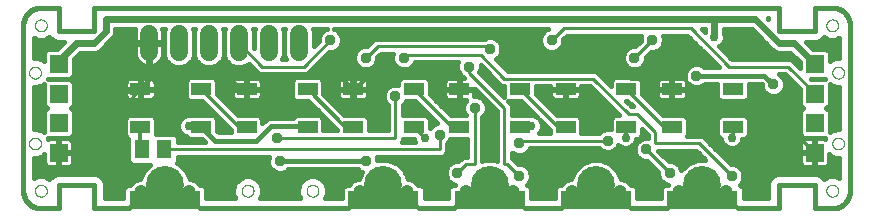
<source format=gtl>
G75*
%MOIN*%
%OFA0B0*%
%FSLAX25Y25*%
%IPPOS*%
%LPD*%
%AMOC8*
5,1,8,0,0,1.08239X$1,22.5*
%
%ADD10C,0.01600*%
%ADD11C,0.00000*%
%ADD12C,0.01200*%
%ADD13R,0.06500X0.03937*%
%ADD14C,0.04724*%
%ADD15C,0.12661*%
%ADD16R,0.23622X0.05906*%
%ADD17R,0.06000X0.06000*%
%ADD18R,0.05118X0.06299*%
%ADD19C,0.06000*%
%ADD20C,0.02969*%
%ADD21C,0.01000*%
%ADD22C,0.02400*%
%ADD23C,0.01500*%
%ADD24C,0.03200*%
%ADD25C,0.03750*%
D10*
X0008290Y0025656D02*
X0014195Y0025656D01*
X0014195Y0033530D01*
X0026006Y0033530D01*
X0026006Y0025656D01*
X0037817Y0025656D01*
X0035817Y0029256D02*
X0029606Y0029256D01*
X0029606Y0034246D01*
X0029058Y0035569D01*
X0028046Y0036582D01*
X0026722Y0037130D01*
X0013479Y0037130D01*
X0012156Y0036582D01*
X0011143Y0035569D01*
X0011109Y0035486D01*
X0010991Y0035604D01*
X0009238Y0036330D01*
X0007341Y0036330D01*
X0005984Y0035768D01*
X0005984Y0042541D01*
X0007270Y0042541D01*
X0009022Y0043267D01*
X0009195Y0043440D01*
X0009195Y0040370D01*
X0010367Y0039199D01*
X0018024Y0039199D01*
X0019195Y0040370D01*
X0019195Y0041699D01*
X0020728Y0041699D01*
X0021647Y0042080D01*
X0041018Y0061451D01*
X0045530Y0061451D01*
X0046701Y0062622D01*
X0046701Y0067252D01*
X0046913Y0067764D01*
X0046913Y0068331D01*
X0056607Y0068331D01*
X0056493Y0068216D01*
X0056493Y0062622D01*
X0057664Y0061451D01*
X0062034Y0061451D01*
X0071634Y0051851D01*
X0071634Y0051043D01*
X0067500Y0051043D01*
X0066993Y0051551D01*
X0066993Y0055618D01*
X0065821Y0056789D01*
X0057664Y0056789D01*
X0057574Y0056699D01*
X0056809Y0056699D01*
X0055529Y0056168D01*
X0054549Y0055188D01*
X0054018Y0053908D01*
X0054018Y0052522D01*
X0054549Y0051241D01*
X0055529Y0050261D01*
X0056770Y0049747D01*
X0057664Y0048852D01*
X0061912Y0048852D01*
X0062924Y0047841D01*
X0053991Y0047841D01*
X0053991Y0049319D01*
X0052819Y0050490D01*
X0046701Y0050490D01*
X0046701Y0055618D01*
X0045530Y0056789D01*
X0037373Y0056789D01*
X0036201Y0055618D01*
X0036201Y0050024D01*
X0037373Y0048852D01*
X0037392Y0048852D01*
X0037392Y0041363D01*
X0038564Y0040191D01*
X0044508Y0040191D01*
X0042566Y0038249D01*
X0041391Y0035412D01*
X0040887Y0035412D01*
X0039283Y0034747D01*
X0038097Y0033561D01*
X0036989Y0033561D01*
X0035817Y0032390D01*
X0035817Y0029256D01*
X0029606Y0029256D01*
X0029606Y0034246D01*
X0029058Y0035569D01*
X0028046Y0036582D01*
X0026722Y0037130D01*
X0013479Y0037130D01*
X0012156Y0036582D01*
X0011143Y0035569D01*
X0011109Y0035486D01*
X0010991Y0035604D01*
X0009238Y0036330D01*
X0007341Y0036330D01*
X0005984Y0035768D01*
X0005984Y0042541D01*
X0007270Y0042541D01*
X0009022Y0043267D01*
X0009395Y0043640D01*
X0009395Y0040962D01*
X0009518Y0040504D01*
X0009755Y0040094D01*
X0010090Y0039759D01*
X0010500Y0039522D01*
X0010958Y0039399D01*
X0013995Y0039399D01*
X0013995Y0043999D01*
X0014395Y0043999D01*
X0014395Y0039399D01*
X0017432Y0039399D01*
X0017890Y0039522D01*
X0018300Y0039759D01*
X0018636Y0040094D01*
X0018873Y0040504D01*
X0018995Y0040962D01*
X0018995Y0043999D01*
X0014395Y0043999D01*
X0014395Y0044399D01*
X0013995Y0044399D01*
X0013995Y0048999D01*
X0010958Y0048999D01*
X0010800Y0048957D01*
X0010700Y0049199D01*
X0010700Y0049199D01*
X0018024Y0049199D01*
X0019195Y0050370D01*
X0019195Y0058027D01*
X0018181Y0059041D01*
X0019195Y0060056D01*
X0019195Y0067712D01*
X0018024Y0068884D01*
X0019195Y0070056D01*
X0019195Y0075343D01*
X0021426Y0077574D01*
X0026643Y0077574D01*
X0027819Y0078061D01*
X0031756Y0081998D01*
X0032656Y0082898D01*
X0033143Y0084074D01*
X0033143Y0085448D01*
X0039595Y0085448D01*
X0039313Y0084768D01*
X0039313Y0076779D01*
X0040075Y0074941D01*
X0041481Y0073535D01*
X0041713Y0073439D01*
X0041713Y0069388D01*
X0037373Y0069388D01*
X0036211Y0068226D01*
X0035260Y0068226D01*
X0034573Y0068510D01*
X0033187Y0068510D01*
X0031907Y0067979D01*
X0030927Y0066999D01*
X0030396Y0065719D01*
X0030396Y0064333D01*
X0030927Y0063052D01*
X0031907Y0062072D01*
X0033187Y0061541D01*
X0034038Y0061541D01*
X0019195Y0046699D01*
X0019195Y0048027D01*
X0018024Y0049199D01*
X0010700Y0049199D01*
X0018024Y0049199D01*
X0019195Y0050370D01*
X0019195Y0058027D01*
X0018181Y0059041D01*
X0019195Y0060056D01*
X0019195Y0067712D01*
X0018024Y0068884D01*
X0010635Y0068884D01*
X0010635Y0068884D01*
X0018024Y0068884D01*
X0010635Y0068884D01*
X0010635Y0068884D01*
X0018024Y0068884D01*
X0019195Y0070056D01*
X0019195Y0075343D01*
X0021426Y0077574D01*
X0026643Y0077574D01*
X0027819Y0078061D01*
X0031756Y0081998D01*
X0032656Y0082898D01*
X0033143Y0084074D01*
X0033143Y0085448D01*
X0039810Y0085448D01*
X0039632Y0084898D01*
X0039513Y0084151D01*
X0039513Y0080974D01*
X0044113Y0080974D01*
X0044113Y0080574D01*
X0039513Y0080574D01*
X0039513Y0077396D01*
X0039632Y0076650D01*
X0039865Y0075931D01*
X0040208Y0075258D01*
X0040652Y0074647D01*
X0041186Y0074112D01*
X0041798Y0073668D01*
X0042471Y0073325D01*
X0043189Y0073092D01*
X0043936Y0072974D01*
X0044113Y0072974D01*
X0044113Y0080574D01*
X0044513Y0080574D01*
X0044513Y0072974D01*
X0044691Y0072974D01*
X0045437Y0073092D01*
X0046156Y0073325D01*
X0046829Y0073668D01*
X0047440Y0074112D01*
X0047975Y0074647D01*
X0048419Y0075258D01*
X0048762Y0075931D01*
X0048995Y0076650D01*
X0049113Y0077396D01*
X0049113Y0080574D01*
X0044513Y0080574D01*
X0044513Y0080974D01*
X0049113Y0080974D01*
X0049113Y0084151D01*
X0048995Y0084898D01*
X0048816Y0085448D01*
X0049595Y0085448D01*
X0049313Y0084768D01*
X0049032Y0085448D01*
X0049595Y0085448D01*
X0049313Y0084768D01*
X0049313Y0076779D01*
X0048552Y0074941D01*
X0047146Y0073535D01*
X0047137Y0073531D01*
X0051490Y0073531D01*
X0051481Y0073535D01*
X0050075Y0074941D01*
X0049313Y0076779D01*
X0049313Y0084768D01*
X0049313Y0076779D01*
X0050075Y0074941D01*
X0051481Y0073535D01*
X0053319Y0072774D01*
X0055308Y0072774D01*
X0057146Y0073535D01*
X0058552Y0074941D01*
X0059313Y0076779D01*
X0059313Y0084768D01*
X0059032Y0085448D01*
X0059595Y0085448D01*
X0059313Y0084768D01*
X0059032Y0085448D01*
X0059595Y0085448D01*
X0059313Y0084768D01*
X0059313Y0076779D01*
X0058552Y0074941D01*
X0057146Y0073535D01*
X0057137Y0073531D01*
X0061490Y0073531D01*
X0061481Y0073535D01*
X0060075Y0074941D01*
X0059313Y0076779D01*
X0059313Y0084768D01*
X0059313Y0076779D01*
X0060075Y0074941D01*
X0061481Y0073535D01*
X0063319Y0072774D01*
X0065308Y0072774D01*
X0067146Y0073535D01*
X0068552Y0074941D01*
X0069313Y0076779D01*
X0069313Y0084768D01*
X0069032Y0085448D01*
X0069595Y0085448D01*
X0069313Y0084768D01*
X0069032Y0085448D01*
X0069595Y0085448D01*
X0069313Y0084768D01*
X0069313Y0076779D01*
X0068552Y0074941D01*
X0067146Y0073535D01*
X0067137Y0073531D01*
X0069831Y0073531D01*
X0070786Y0073135D01*
X0071375Y0072547D01*
X0071799Y0072547D01*
X0078926Y0072547D01*
X0077542Y0073931D01*
X0077146Y0073535D01*
X0075308Y0072774D01*
X0073319Y0072774D01*
X0071481Y0073535D01*
X0070075Y0074941D01*
X0069313Y0076779D01*
X0069313Y0084768D01*
X0069313Y0076779D01*
X0070075Y0074941D01*
X0071481Y0073535D01*
X0073319Y0072774D01*
X0075308Y0072774D01*
X0077146Y0073535D01*
X0077542Y0073931D01*
X0080693Y0070780D01*
X0081611Y0070400D01*
X0096385Y0070400D01*
X0097304Y0070780D01*
X0098008Y0071484D01*
X0104407Y0077883D01*
X0105517Y0077883D01*
X0106941Y0078473D01*
X0108032Y0079563D01*
X0108621Y0080987D01*
X0108621Y0082529D01*
X0108032Y0083953D01*
X0106941Y0085043D01*
X0105964Y0085448D01*
X0177347Y0085448D01*
X0176370Y0085043D01*
X0175280Y0083953D01*
X0174690Y0082529D01*
X0174690Y0080987D01*
X0175280Y0079563D01*
X0176370Y0078473D01*
X0177795Y0077883D01*
X0179336Y0077883D01*
X0180760Y0078473D01*
X0181850Y0079563D01*
X0182440Y0080987D01*
X0182440Y0082097D01*
X0183538Y0083195D01*
X0208431Y0083195D01*
X0208155Y0082529D01*
X0208155Y0081418D01*
X0206464Y0079727D01*
X0205354Y0079727D01*
X0203929Y0079138D01*
X0202839Y0078047D01*
X0202249Y0076623D01*
X0202249Y0075082D01*
X0202525Y0074415D01*
X0202479Y0074415D01*
X0201198Y0073885D01*
X0200218Y0072905D01*
X0199687Y0071624D01*
X0199687Y0070238D01*
X0200040Y0069388D01*
X0199396Y0069388D01*
X0198225Y0068216D01*
X0198225Y0066618D01*
X0193761Y0071082D01*
X0192842Y0071463D01*
X0191848Y0071463D01*
X0163853Y0071463D01*
X0159882Y0075434D01*
X0160091Y0075520D01*
X0161181Y0076610D01*
X0161771Y0078034D01*
X0161771Y0079576D01*
X0161181Y0081000D01*
X0160091Y0082090D01*
X0158667Y0082680D01*
X0157125Y0082680D01*
X0156182Y0082289D01*
X0119997Y0082289D01*
X0119078Y0081909D01*
X0118375Y0081206D01*
X0116897Y0079727D01*
X0115787Y0079727D01*
X0114362Y0079138D01*
X0113272Y0078047D01*
X0112682Y0076623D01*
X0112682Y0075082D01*
X0113272Y0073657D01*
X0114362Y0072567D01*
X0115787Y0071977D01*
X0115895Y0071977D01*
X0113306Y0069388D01*
X0111935Y0069388D01*
X0109172Y0072151D01*
X0108216Y0072547D01*
X0099071Y0072547D01*
X0104407Y0077883D01*
X0105517Y0077883D01*
X0106941Y0078473D01*
X0108032Y0079563D01*
X0108621Y0080987D01*
X0108621Y0082529D01*
X0108032Y0083953D01*
X0106941Y0085043D01*
X0105964Y0085448D01*
X0177347Y0085448D01*
X0176370Y0085043D01*
X0175280Y0083953D01*
X0174690Y0082529D01*
X0174690Y0080987D01*
X0175280Y0079563D01*
X0176370Y0078473D01*
X0177795Y0077883D01*
X0179336Y0077883D01*
X0180760Y0078473D01*
X0181850Y0079563D01*
X0182440Y0080987D01*
X0182440Y0082097D01*
X0183538Y0083195D01*
X0208431Y0083195D01*
X0208155Y0082529D01*
X0208155Y0081419D01*
X0206464Y0079727D01*
X0205354Y0079727D01*
X0203929Y0079138D01*
X0202839Y0078047D01*
X0202249Y0076623D01*
X0202249Y0075082D01*
X0202839Y0073657D01*
X0203929Y0072567D01*
X0205354Y0071977D01*
X0206895Y0071977D01*
X0208319Y0072567D01*
X0209409Y0073657D01*
X0209999Y0075082D01*
X0209999Y0076192D01*
X0211690Y0077883D01*
X0212801Y0077883D01*
X0214225Y0078473D01*
X0215315Y0079563D01*
X0215905Y0080987D01*
X0215905Y0082529D01*
X0215629Y0083195D01*
X0223790Y0083195D01*
X0234288Y0072697D01*
X0229524Y0072697D01*
X0228989Y0073232D01*
X0227564Y0073822D01*
X0226023Y0073822D01*
X0224599Y0073232D01*
X0223509Y0072142D01*
X0222919Y0070718D01*
X0222919Y0069176D01*
X0222927Y0069156D01*
X0222695Y0069388D01*
X0214538Y0069388D01*
X0213367Y0068216D01*
X0213367Y0068209D01*
X0211197Y0070379D01*
X0210493Y0071082D01*
X0209574Y0071463D01*
X0206656Y0071463D01*
X0206656Y0071624D01*
X0206510Y0071977D01*
X0206895Y0071977D01*
X0208319Y0072567D01*
X0209409Y0073657D01*
X0209999Y0075082D01*
X0209999Y0076192D01*
X0211690Y0077883D01*
X0212801Y0077883D01*
X0214225Y0078473D01*
X0215315Y0079563D01*
X0215905Y0080987D01*
X0215905Y0082529D01*
X0215629Y0083195D01*
X0223790Y0083195D01*
X0234288Y0072697D01*
X0229524Y0072697D01*
X0228989Y0073232D01*
X0227564Y0073822D01*
X0226023Y0073822D01*
X0224599Y0073232D01*
X0223509Y0072142D01*
X0222919Y0070718D01*
X0222919Y0069176D01*
X0223127Y0068673D01*
X0222972Y0068828D01*
X0222561Y0069065D01*
X0222104Y0069188D01*
X0218801Y0069188D01*
X0218801Y0065604D01*
X0218432Y0065604D01*
X0218432Y0069188D01*
X0215130Y0069188D01*
X0214672Y0069065D01*
X0214261Y0068828D01*
X0213926Y0068493D01*
X0213689Y0068083D01*
X0213567Y0067625D01*
X0213567Y0065604D01*
X0218432Y0065604D01*
X0218432Y0065235D01*
X0213567Y0065235D01*
X0213567Y0063214D01*
X0213689Y0062756D01*
X0213926Y0062346D01*
X0214261Y0062011D01*
X0214672Y0061774D01*
X0215130Y0061651D01*
X0218432Y0061651D01*
X0218432Y0065235D01*
X0218801Y0065235D01*
X0218801Y0065604D01*
X0223667Y0065604D01*
X0223667Y0067594D01*
X0224599Y0066662D01*
X0226023Y0066072D01*
X0227564Y0066072D01*
X0228989Y0066662D01*
X0229524Y0067197D01*
X0233658Y0067197D01*
X0233658Y0063689D01*
X0232338Y0063689D01*
X0232142Y0064080D01*
X0232246Y0064333D01*
X0232246Y0065719D01*
X0231716Y0066999D01*
X0231518Y0067197D01*
X0233658Y0067197D01*
X0233658Y0062622D01*
X0234829Y0061451D01*
X0242986Y0061451D01*
X0244158Y0062622D01*
X0244158Y0067197D01*
X0248292Y0067197D01*
X0248509Y0066980D01*
X0248509Y0066223D01*
X0249099Y0064799D01*
X0250189Y0063709D01*
X0251613Y0063119D01*
X0253155Y0063119D01*
X0254579Y0063709D01*
X0255669Y0064799D01*
X0256259Y0066223D01*
X0256259Y0067765D01*
X0255669Y0069189D01*
X0254579Y0070279D01*
X0254288Y0070400D01*
X0256270Y0070400D01*
X0261164Y0065506D01*
X0261164Y0060056D01*
X0262178Y0059041D01*
X0261164Y0058027D01*
X0261164Y0052876D01*
X0251478Y0062561D01*
X0251478Y0062561D01*
X0250747Y0063293D01*
X0249791Y0063689D01*
X0244158Y0063689D01*
X0244158Y0067197D01*
X0248292Y0067197D01*
X0248509Y0066980D01*
X0248509Y0066223D01*
X0249099Y0064799D01*
X0250189Y0063709D01*
X0251613Y0063119D01*
X0253155Y0063119D01*
X0254579Y0063709D01*
X0255669Y0064799D01*
X0256259Y0066223D01*
X0256259Y0067765D01*
X0255669Y0069189D01*
X0254579Y0070279D01*
X0254288Y0070400D01*
X0256270Y0070400D01*
X0261164Y0065506D01*
X0261164Y0060056D01*
X0262178Y0059041D01*
X0261164Y0058027D01*
X0261164Y0050370D01*
X0262335Y0049199D01*
X0269659Y0049199D01*
X0264841Y0049199D01*
X0264841Y0049199D01*
X0269659Y0049199D01*
X0269659Y0049199D01*
X0269559Y0048957D01*
X0269401Y0048999D01*
X0266364Y0048999D01*
X0266364Y0044399D01*
X0265964Y0044399D01*
X0265964Y0048999D01*
X0262927Y0048999D01*
X0262469Y0048876D01*
X0262059Y0048639D01*
X0261723Y0048304D01*
X0261486Y0047894D01*
X0261364Y0047436D01*
X0261364Y0044399D01*
X0265964Y0044399D01*
X0265964Y0043999D01*
X0266364Y0043999D01*
X0266364Y0039399D01*
X0269401Y0039399D01*
X0269859Y0039522D01*
X0270269Y0039759D01*
X0270604Y0040094D01*
X0270841Y0040504D01*
X0270964Y0040962D01*
X0270964Y0043640D01*
X0271337Y0043267D01*
X0273089Y0042541D01*
X0274375Y0042541D01*
X0274375Y0035768D01*
X0273018Y0036330D01*
X0271121Y0036330D01*
X0269368Y0035604D01*
X0269250Y0035486D01*
X0269216Y0035569D01*
X0268203Y0036582D01*
X0266880Y0037130D01*
X0253637Y0037130D01*
X0252314Y0036582D01*
X0251301Y0035569D01*
X0250753Y0034246D01*
X0250753Y0029256D01*
X0242573Y0029256D01*
X0242573Y0032390D01*
X0241402Y0033561D01*
X0241164Y0033561D01*
X0241890Y0034287D01*
X0242480Y0035712D01*
X0242480Y0037253D01*
X0241890Y0038677D01*
X0240800Y0039767D01*
X0239376Y0040357D01*
X0238265Y0040357D01*
X0229194Y0049429D01*
X0228275Y0049809D01*
X0223652Y0049809D01*
X0223867Y0050024D01*
X0223867Y0055618D01*
X0222695Y0056789D01*
X0215782Y0056789D01*
X0208725Y0063846D01*
X0208725Y0065780D01*
X0211204Y0063300D01*
X0212123Y0062919D01*
X0213367Y0062919D01*
X0213367Y0062622D01*
X0214538Y0061451D01*
X0222695Y0061451D01*
X0223857Y0062612D01*
X0226344Y0062517D01*
X0226789Y0062072D01*
X0227474Y0061788D01*
X0228364Y0060008D01*
X0228527Y0059616D01*
X0228594Y0059549D01*
X0228636Y0059463D01*
X0228958Y0059185D01*
X0229258Y0058885D01*
X0229346Y0058848D01*
X0229418Y0058786D01*
X0229821Y0058651D01*
X0230214Y0058489D01*
X0230309Y0058489D01*
X0230399Y0058459D01*
X0230823Y0058489D01*
X0248197Y0058489D01*
X0261164Y0045522D01*
X0261164Y0040370D01*
X0262335Y0039199D01*
X0269992Y0039199D01*
X0271164Y0040370D01*
X0271164Y0043440D01*
X0271337Y0043267D01*
X0273089Y0042541D01*
X0274375Y0042541D01*
X0274375Y0035768D01*
X0273018Y0036330D01*
X0271121Y0036330D01*
X0269368Y0035604D01*
X0269250Y0035486D01*
X0269216Y0035569D01*
X0268203Y0036582D01*
X0266880Y0037130D01*
X0253637Y0037130D01*
X0252314Y0036582D01*
X0251301Y0035569D01*
X0250753Y0034246D01*
X0250753Y0029256D01*
X0242573Y0029256D01*
X0242573Y0032390D01*
X0241402Y0033561D01*
X0241164Y0033561D01*
X0241890Y0034287D01*
X0242480Y0035712D01*
X0242480Y0037253D01*
X0241890Y0038677D01*
X0240800Y0039767D01*
X0239376Y0040357D01*
X0238265Y0040357D01*
X0229194Y0049429D01*
X0228275Y0049809D01*
X0223652Y0049809D01*
X0223867Y0050024D01*
X0223867Y0055618D01*
X0222695Y0056789D01*
X0215782Y0056789D01*
X0208725Y0063846D01*
X0208725Y0068216D01*
X0207553Y0069388D01*
X0199396Y0069388D01*
X0198225Y0068216D01*
X0198225Y0066618D01*
X0193761Y0071082D01*
X0192842Y0071463D01*
X0163853Y0071463D01*
X0159882Y0075434D01*
X0160091Y0075520D01*
X0161181Y0076610D01*
X0161771Y0078034D01*
X0161771Y0079576D01*
X0161181Y0081000D01*
X0160091Y0082090D01*
X0158667Y0082680D01*
X0157125Y0082680D01*
X0156182Y0082289D01*
X0119997Y0082289D01*
X0119078Y0081909D01*
X0118375Y0081206D01*
X0116897Y0079727D01*
X0115787Y0079727D01*
X0114362Y0079138D01*
X0113272Y0078047D01*
X0112682Y0076623D01*
X0112682Y0075082D01*
X0113272Y0073657D01*
X0114362Y0072567D01*
X0115787Y0071977D01*
X0117328Y0071977D01*
X0118752Y0072567D01*
X0119843Y0073657D01*
X0120432Y0075082D01*
X0120432Y0076192D01*
X0121530Y0077289D01*
X0125754Y0077289D01*
X0125478Y0076623D01*
X0125478Y0075082D01*
X0126068Y0073657D01*
X0127158Y0072567D01*
X0127207Y0072547D01*
X0124524Y0072547D01*
X0123979Y0073092D01*
X0123979Y0073593D01*
X0123448Y0074873D01*
X0122468Y0075854D01*
X0121188Y0076384D01*
X0120624Y0076384D01*
X0121530Y0077289D01*
X0125754Y0077289D01*
X0125478Y0076623D01*
X0125478Y0075082D01*
X0126068Y0073657D01*
X0127158Y0072567D01*
X0128582Y0071977D01*
X0130124Y0071977D01*
X0131548Y0072567D01*
X0132638Y0073657D01*
X0132919Y0074337D01*
X0147407Y0074337D01*
X0147131Y0073670D01*
X0147131Y0072547D01*
X0131498Y0072547D01*
X0131548Y0072567D01*
X0132638Y0073657D01*
X0132919Y0074337D01*
X0147407Y0074337D01*
X0147131Y0073670D01*
X0147131Y0072129D01*
X0147721Y0070705D01*
X0148811Y0069615D01*
X0148853Y0069597D01*
X0148887Y0069515D01*
X0149214Y0069188D01*
X0147935Y0069188D01*
X0147935Y0065604D01*
X0147566Y0065604D01*
X0147566Y0069188D01*
X0144263Y0069188D01*
X0143806Y0069065D01*
X0143395Y0068828D01*
X0143060Y0068493D01*
X0142823Y0068083D01*
X0142700Y0067625D01*
X0142700Y0065604D01*
X0147566Y0065604D01*
X0147566Y0065235D01*
X0147935Y0065235D01*
X0147935Y0065604D01*
X0152798Y0065604D01*
X0160317Y0058085D01*
X0160317Y0041544D01*
X0159553Y0041860D01*
X0156239Y0041860D01*
X0155475Y0041544D01*
X0155475Y0056140D01*
X0156260Y0056925D01*
X0156850Y0058349D01*
X0156850Y0059891D01*
X0156260Y0061315D01*
X0155170Y0062405D01*
X0153746Y0062995D01*
X0153000Y0062995D01*
X0153000Y0065402D01*
X0160317Y0058085D01*
X0160317Y0041544D01*
X0159553Y0041860D01*
X0156239Y0041860D01*
X0155475Y0041544D01*
X0155475Y0056140D01*
X0156260Y0056925D01*
X0156850Y0058349D01*
X0156850Y0059891D01*
X0156260Y0061315D01*
X0155170Y0062405D01*
X0153746Y0062995D01*
X0152742Y0062995D01*
X0152800Y0063214D01*
X0152800Y0065235D01*
X0147935Y0065235D01*
X0147935Y0061651D01*
X0150025Y0061651D01*
X0149690Y0061315D01*
X0149100Y0059891D01*
X0149100Y0058349D01*
X0149690Y0056925D01*
X0149825Y0056789D01*
X0144916Y0056789D01*
X0137859Y0063846D01*
X0137859Y0068216D01*
X0136687Y0069388D01*
X0128530Y0069388D01*
X0127359Y0068216D01*
X0127359Y0066854D01*
X0127171Y0066932D01*
X0125629Y0066932D01*
X0124205Y0066342D01*
X0123115Y0065252D01*
X0122525Y0063828D01*
X0122525Y0062286D01*
X0123115Y0060862D01*
X0123900Y0060077D01*
X0123900Y0051778D01*
X0117567Y0051778D01*
X0117567Y0053799D01*
X0118531Y0054198D01*
X0119511Y0055178D01*
X0120042Y0056459D01*
X0120042Y0057845D01*
X0119511Y0059125D01*
X0118531Y0060105D01*
X0117251Y0060636D01*
X0116609Y0060636D01*
X0115794Y0061451D01*
X0116396Y0061451D01*
X0117567Y0062622D01*
X0117567Y0066296D01*
X0120494Y0069223D01*
X0121243Y0068474D01*
X0121974Y0067743D01*
X0122930Y0067347D01*
X0127359Y0067347D01*
X0127359Y0066854D01*
X0127171Y0066932D01*
X0125629Y0066932D01*
X0124205Y0066342D01*
X0123115Y0065252D01*
X0122525Y0063828D01*
X0122525Y0062286D01*
X0123115Y0060862D01*
X0123900Y0060077D01*
X0123900Y0051778D01*
X0117567Y0051778D01*
X0117567Y0055618D01*
X0116396Y0056789D01*
X0109482Y0056789D01*
X0102426Y0063846D01*
X0102426Y0068216D01*
X0101254Y0069388D01*
X0093097Y0069388D01*
X0091926Y0068216D01*
X0091926Y0062622D01*
X0093097Y0061451D01*
X0097467Y0061451D01*
X0107067Y0051851D01*
X0107067Y0051778D01*
X0102426Y0051778D01*
X0102426Y0055618D01*
X0101254Y0056789D01*
X0093097Y0056789D01*
X0092272Y0055965D01*
X0084514Y0055965D01*
X0083504Y0055546D01*
X0082134Y0054177D01*
X0082134Y0055618D01*
X0080963Y0056789D01*
X0074049Y0056789D01*
X0066993Y0063846D01*
X0066993Y0068216D01*
X0066878Y0068331D01*
X0068236Y0068331D01*
X0069317Y0067251D01*
X0071625Y0064942D01*
X0071625Y0064783D01*
X0071634Y0064761D01*
X0071634Y0062622D01*
X0072806Y0061451D01*
X0080963Y0061451D01*
X0082134Y0062622D01*
X0082134Y0067347D01*
X0091926Y0067347D01*
X0091926Y0062622D01*
X0093097Y0061451D01*
X0097467Y0061451D01*
X0107067Y0051851D01*
X0107067Y0051778D01*
X0102426Y0051778D01*
X0102426Y0055618D01*
X0101254Y0056789D01*
X0093097Y0056789D01*
X0092272Y0055965D01*
X0084514Y0055965D01*
X0083504Y0055546D01*
X0082134Y0054177D01*
X0082134Y0055618D01*
X0080963Y0056789D01*
X0074049Y0056789D01*
X0066993Y0063846D01*
X0066993Y0068216D01*
X0065821Y0069388D01*
X0057664Y0069388D01*
X0056493Y0068216D01*
X0056493Y0062622D01*
X0057664Y0061451D01*
X0062034Y0061451D01*
X0071634Y0051851D01*
X0071634Y0051043D01*
X0067500Y0051043D01*
X0066993Y0051551D01*
X0066993Y0055618D01*
X0065821Y0056789D01*
X0057664Y0056789D01*
X0057574Y0056699D01*
X0056809Y0056699D01*
X0055529Y0056168D01*
X0054549Y0055188D01*
X0054018Y0053908D01*
X0054018Y0052522D01*
X0054549Y0051241D01*
X0055529Y0050261D01*
X0056770Y0049747D01*
X0057664Y0048852D01*
X0061912Y0048852D01*
X0062924Y0047841D01*
X0053991Y0047841D01*
X0053991Y0049319D01*
X0052819Y0050490D01*
X0046701Y0050490D01*
X0046701Y0055618D01*
X0045530Y0056789D01*
X0037373Y0056789D01*
X0036201Y0055618D01*
X0036201Y0050024D01*
X0037373Y0048852D01*
X0037392Y0048852D01*
X0037392Y0041363D01*
X0038564Y0040191D01*
X0044508Y0040191D01*
X0042566Y0038249D01*
X0041391Y0035412D01*
X0040887Y0035412D01*
X0039283Y0034747D01*
X0038097Y0033561D01*
X0036989Y0033561D01*
X0035817Y0032390D01*
X0035817Y0029256D01*
X0035817Y0029593D02*
X0029606Y0029593D01*
X0035817Y0029593D01*
X0035817Y0031191D02*
X0029606Y0031191D01*
X0035817Y0031191D01*
X0036217Y0032790D02*
X0029606Y0032790D01*
X0036217Y0032790D01*
X0038924Y0034388D02*
X0029547Y0034388D01*
X0038924Y0034388D01*
X0041629Y0035987D02*
X0028640Y0035987D01*
X0041629Y0035987D01*
X0042291Y0037585D02*
X0005984Y0037585D01*
X0042291Y0037585D01*
X0043501Y0039184D02*
X0005984Y0039184D01*
X0043501Y0039184D01*
X0037973Y0040782D02*
X0019195Y0040782D01*
X0018947Y0040782D02*
X0037973Y0040782D01*
X0037392Y0042381D02*
X0021948Y0042381D01*
X0018995Y0042381D02*
X0037392Y0042381D01*
X0037392Y0043979D02*
X0023547Y0043979D01*
X0025145Y0045578D02*
X0037392Y0045578D01*
X0018995Y0045578D01*
X0018995Y0044399D02*
X0018995Y0047436D01*
X0018873Y0047894D01*
X0018636Y0048304D01*
X0018300Y0048639D01*
X0017890Y0048876D01*
X0017432Y0048999D01*
X0014395Y0048999D01*
X0014395Y0044399D01*
X0018995Y0044399D01*
X0018995Y0043979D02*
X0037392Y0043979D01*
X0037392Y0047176D02*
X0026744Y0047176D01*
X0028342Y0048775D02*
X0037392Y0048775D01*
X0018066Y0048775D01*
X0018448Y0048775D02*
X0021271Y0048775D01*
X0022870Y0050373D02*
X0019195Y0050373D01*
X0036201Y0050373D01*
X0029941Y0050373D01*
X0031539Y0051972D02*
X0036201Y0051972D01*
X0019195Y0051972D01*
X0024468Y0051972D01*
X0026067Y0053570D02*
X0019195Y0053570D01*
X0036201Y0053570D01*
X0033138Y0053570D01*
X0034736Y0055169D02*
X0036201Y0055169D01*
X0019195Y0055169D01*
X0027665Y0055169D01*
X0029264Y0056767D02*
X0019195Y0056767D01*
X0037351Y0056767D01*
X0036335Y0056767D01*
X0037933Y0058366D02*
X0065119Y0058366D01*
X0018857Y0058366D01*
X0030862Y0058366D01*
X0032461Y0059964D02*
X0019104Y0059964D01*
X0063521Y0059964D01*
X0039532Y0059964D01*
X0037964Y0061651D02*
X0041267Y0061651D01*
X0041267Y0065235D01*
X0041635Y0065235D01*
X0041635Y0061651D01*
X0044938Y0061651D01*
X0045396Y0061774D01*
X0045806Y0062011D01*
X0046142Y0062346D01*
X0046379Y0062756D01*
X0046501Y0063214D01*
X0046501Y0065235D01*
X0041636Y0065235D01*
X0041636Y0065604D01*
X0046501Y0065604D01*
X0046501Y0067625D01*
X0046379Y0068083D01*
X0046142Y0068493D01*
X0045806Y0068828D01*
X0045396Y0069065D01*
X0044938Y0069188D01*
X0041635Y0069188D01*
X0041635Y0065604D01*
X0041267Y0065604D01*
X0041267Y0069188D01*
X0037964Y0069188D01*
X0037506Y0069065D01*
X0037096Y0068828D01*
X0036761Y0068493D01*
X0036524Y0068083D01*
X0036401Y0067625D01*
X0036401Y0065604D01*
X0041267Y0065604D01*
X0041267Y0065235D01*
X0036401Y0065235D01*
X0036401Y0063214D01*
X0036524Y0062756D01*
X0036761Y0062346D01*
X0037096Y0062011D01*
X0037506Y0061774D01*
X0037964Y0061651D01*
X0036415Y0063161D02*
X0019195Y0063161D01*
X0030881Y0063161D01*
X0030396Y0064760D02*
X0019195Y0064760D01*
X0036401Y0064760D01*
X0036401Y0066358D02*
X0019195Y0066358D01*
X0030661Y0066358D01*
X0031884Y0067957D02*
X0018951Y0067957D01*
X0036490Y0067957D01*
X0041267Y0067957D02*
X0041635Y0067957D01*
X0041635Y0066358D02*
X0041267Y0066358D01*
X0041267Y0064760D02*
X0041635Y0064760D01*
X0041635Y0063161D02*
X0041267Y0063161D01*
X0045642Y0061563D02*
X0057552Y0061563D01*
X0019195Y0061563D01*
X0033136Y0061563D01*
X0045552Y0056767D02*
X0057642Y0056767D01*
X0045552Y0056767D01*
X0046701Y0055169D02*
X0054540Y0055169D01*
X0046701Y0055169D01*
X0046701Y0053570D02*
X0054018Y0053570D01*
X0046701Y0053570D01*
X0046701Y0051972D02*
X0054246Y0051972D01*
X0046701Y0051972D01*
X0052936Y0050373D02*
X0055416Y0050373D01*
X0052936Y0050373D01*
X0053991Y0048775D02*
X0061990Y0048775D01*
X0053991Y0048775D01*
X0066993Y0051972D02*
X0071513Y0051972D01*
X0066993Y0051972D01*
X0066993Y0053570D02*
X0069915Y0053570D01*
X0066993Y0053570D01*
X0066993Y0055169D02*
X0068316Y0055169D01*
X0066993Y0055169D01*
X0066718Y0056767D02*
X0065843Y0056767D01*
X0066718Y0056767D01*
X0072473Y0058366D02*
X0100552Y0058366D01*
X0072473Y0058366D01*
X0070875Y0059964D02*
X0098954Y0059964D01*
X0070874Y0059964D01*
X0069276Y0061563D02*
X0072694Y0061563D01*
X0072939Y0061774D02*
X0072529Y0062011D01*
X0072194Y0062346D01*
X0071957Y0062756D01*
X0071834Y0063214D01*
X0071834Y0065235D01*
X0076700Y0065235D01*
X0077069Y0065235D01*
X0077069Y0065604D01*
X0081934Y0065604D01*
X0081934Y0067625D01*
X0081812Y0068083D01*
X0081575Y0068493D01*
X0081239Y0068828D01*
X0080829Y0069065D01*
X0080371Y0069188D01*
X0077069Y0069188D01*
X0077069Y0065604D01*
X0076700Y0065604D01*
X0076700Y0069188D01*
X0073397Y0069188D01*
X0072939Y0069065D01*
X0072529Y0068828D01*
X0072194Y0068493D01*
X0071957Y0068083D01*
X0071834Y0067625D01*
X0071834Y0065604D01*
X0076700Y0065604D01*
X0076700Y0065235D01*
X0076700Y0061651D01*
X0073397Y0061651D01*
X0072939Y0061774D01*
X0071848Y0063161D02*
X0067677Y0063161D01*
X0071634Y0063161D01*
X0071634Y0064760D02*
X0066993Y0064760D01*
X0071834Y0064760D01*
X0071834Y0066358D02*
X0066993Y0066358D01*
X0070209Y0066358D01*
X0068611Y0067957D02*
X0066993Y0067957D01*
X0071923Y0067957D01*
X0076700Y0067957D02*
X0077069Y0067957D01*
X0077069Y0066358D02*
X0076700Y0066358D01*
X0077069Y0065235D02*
X0081934Y0065235D01*
X0081934Y0063214D01*
X0081812Y0062756D01*
X0081575Y0062346D01*
X0081239Y0062011D01*
X0080829Y0061774D01*
X0080371Y0061651D01*
X0077069Y0061651D01*
X0077069Y0065235D01*
X0077069Y0064760D02*
X0076700Y0064760D01*
X0076700Y0063161D02*
X0077069Y0063161D01*
X0081075Y0061563D02*
X0092985Y0061563D01*
X0069276Y0061563D01*
X0056493Y0063161D02*
X0046701Y0063161D01*
X0046487Y0063161D02*
X0056493Y0063161D01*
X0056493Y0064760D02*
X0046701Y0064760D01*
X0046501Y0064760D02*
X0056493Y0064760D01*
X0056493Y0066358D02*
X0046701Y0066358D01*
X0046501Y0066358D02*
X0056493Y0066358D01*
X0056493Y0067957D02*
X0046913Y0067957D01*
X0046412Y0067957D02*
X0056493Y0067957D01*
X0071169Y0072752D02*
X0078720Y0072752D01*
X0019195Y0072752D01*
X0041713Y0072752D01*
X0041713Y0071154D02*
X0019195Y0071154D01*
X0080319Y0071154D01*
X0081845Y0067957D02*
X0091926Y0067957D01*
X0091926Y0066358D02*
X0082134Y0066358D01*
X0081934Y0066358D02*
X0091926Y0066358D01*
X0091926Y0064760D02*
X0082134Y0064760D01*
X0081934Y0064760D02*
X0091926Y0064760D01*
X0091926Y0063161D02*
X0082134Y0063161D01*
X0081920Y0063161D02*
X0091926Y0063161D01*
X0102426Y0063846D02*
X0109482Y0056789D01*
X0113073Y0056789D01*
X0113073Y0057100D01*
X0110198Y0059976D01*
X0109817Y0060895D01*
X0109817Y0061451D01*
X0108239Y0061451D01*
X0107067Y0062622D01*
X0107067Y0066902D01*
X0106622Y0067347D01*
X0102426Y0067347D01*
X0102426Y0063846D01*
X0102426Y0064760D02*
X0107067Y0064760D01*
X0107267Y0064760D02*
X0102426Y0064760D01*
X0102426Y0066358D02*
X0107067Y0066358D01*
X0107267Y0066358D02*
X0102426Y0066358D01*
X0102426Y0067957D02*
X0107356Y0067957D01*
X0107390Y0068083D02*
X0107267Y0067625D01*
X0107267Y0065604D01*
X0112133Y0065604D01*
X0112133Y0069188D01*
X0108830Y0069188D01*
X0108373Y0069065D01*
X0107962Y0068828D01*
X0107627Y0068493D01*
X0107390Y0068083D01*
X0112133Y0067957D02*
X0112502Y0067957D01*
X0112502Y0069188D02*
X0112502Y0065604D01*
X0112133Y0065604D01*
X0112133Y0065235D01*
X0112502Y0065235D01*
X0112502Y0065604D01*
X0117367Y0065604D01*
X0117367Y0067625D01*
X0117245Y0068083D01*
X0117008Y0068493D01*
X0116673Y0068828D01*
X0116262Y0069065D01*
X0115804Y0069188D01*
X0112502Y0069188D01*
X0111768Y0069555D02*
X0113473Y0069555D01*
X0115072Y0071154D02*
X0110169Y0071154D01*
X0114177Y0072752D02*
X0099276Y0072752D01*
X0114177Y0072752D01*
X0112985Y0074351D02*
X0100875Y0074351D01*
X0112985Y0074351D01*
X0112682Y0075949D02*
X0102473Y0075949D01*
X0112682Y0075949D01*
X0113066Y0077548D02*
X0104072Y0077548D01*
X0113066Y0077548D01*
X0114384Y0079146D02*
X0107615Y0079146D01*
X0114384Y0079146D01*
X0117914Y0080745D02*
X0108521Y0080745D01*
X0117914Y0080745D01*
X0108621Y0082343D02*
X0156312Y0082343D01*
X0108621Y0082343D01*
X0108036Y0083942D02*
X0175276Y0083942D01*
X0108036Y0083942D01*
X0103529Y0085448D02*
X0102551Y0085043D01*
X0101461Y0083953D01*
X0100871Y0082529D01*
X0100871Y0081419D01*
X0099313Y0079860D01*
X0099313Y0084768D01*
X0099032Y0085448D01*
X0103529Y0085448D01*
X0101457Y0083942D02*
X0099313Y0083942D01*
X0099313Y0082343D02*
X0100871Y0082343D01*
X0100198Y0080745D02*
X0099313Y0080745D01*
X0089313Y0080745D02*
X0089313Y0080745D01*
X0089313Y0082343D02*
X0089313Y0082343D01*
X0089313Y0083942D02*
X0089313Y0083942D01*
X0089313Y0084768D02*
X0089313Y0076779D01*
X0088742Y0075400D01*
X0089885Y0075400D01*
X0089313Y0076779D01*
X0089313Y0084768D01*
X0089032Y0085448D01*
X0089595Y0085448D01*
X0089313Y0084768D01*
X0079595Y0085448D02*
X0079313Y0084768D01*
X0079313Y0079231D01*
X0079313Y0079230D01*
X0079313Y0084768D01*
X0079032Y0085448D01*
X0079595Y0085448D01*
X0079313Y0083942D02*
X0079313Y0083942D01*
X0079313Y0082343D02*
X0079313Y0082343D01*
X0079313Y0080745D02*
X0079313Y0080745D01*
X0089313Y0079146D02*
X0089313Y0079146D01*
X0089313Y0077548D02*
X0089313Y0077548D01*
X0088970Y0075949D02*
X0089657Y0075949D01*
X0097678Y0071154D02*
X0147535Y0071154D01*
X0148870Y0069555D02*
X0018695Y0069555D01*
X0041713Y0069555D01*
X0040948Y0074351D02*
X0019195Y0074351D01*
X0040665Y0074351D01*
X0039859Y0075949D02*
X0019802Y0075949D01*
X0039657Y0075949D01*
X0044113Y0075949D02*
X0044513Y0075949D01*
X0044513Y0074351D02*
X0044113Y0074351D01*
X0047679Y0074351D02*
X0050665Y0074351D01*
X0047962Y0074351D01*
X0048768Y0075949D02*
X0049657Y0075949D01*
X0048970Y0075949D01*
X0049113Y0077548D02*
X0049313Y0077548D01*
X0049313Y0077548D01*
X0049313Y0079146D02*
X0049313Y0079146D01*
X0049113Y0079146D01*
X0049313Y0080745D02*
X0044513Y0080745D01*
X0044113Y0080745D02*
X0030503Y0080745D01*
X0039313Y0080745D01*
X0039313Y0082343D02*
X0032102Y0082343D01*
X0039513Y0082343D01*
X0039513Y0083942D02*
X0033089Y0083942D01*
X0039313Y0083942D01*
X0049113Y0083942D02*
X0049313Y0083942D01*
X0049313Y0083942D01*
X0049313Y0082343D02*
X0049313Y0082343D01*
X0049113Y0082343D01*
X0049313Y0080745D02*
X0049313Y0080745D01*
X0044513Y0079146D02*
X0044113Y0079146D01*
X0039513Y0079146D02*
X0028905Y0079146D01*
X0039313Y0079146D01*
X0039313Y0077548D02*
X0021400Y0077548D01*
X0039513Y0077548D01*
X0044113Y0077548D02*
X0044513Y0077548D01*
X0057962Y0074351D02*
X0060665Y0074351D01*
X0057962Y0074351D01*
X0058970Y0075949D02*
X0059657Y0075949D01*
X0058970Y0075949D01*
X0059313Y0077548D02*
X0059313Y0077548D01*
X0059313Y0077548D01*
X0059313Y0079146D02*
X0059313Y0079146D01*
X0059313Y0079146D01*
X0059313Y0080745D02*
X0059313Y0080745D01*
X0059313Y0080745D01*
X0059313Y0082343D02*
X0059313Y0082343D01*
X0059313Y0082343D01*
X0059313Y0083942D02*
X0059313Y0083942D01*
X0059313Y0083942D01*
X0069313Y0083942D02*
X0069313Y0083942D01*
X0069313Y0083942D01*
X0069313Y0082343D02*
X0069313Y0082343D01*
X0069313Y0082343D01*
X0069313Y0080745D02*
X0069313Y0080745D01*
X0069313Y0080745D01*
X0069313Y0079146D02*
X0069313Y0079146D01*
X0069313Y0079146D01*
X0069313Y0077548D02*
X0069313Y0077548D01*
X0069313Y0077548D01*
X0068970Y0075949D02*
X0069657Y0075949D01*
X0068970Y0075949D01*
X0067962Y0074351D02*
X0070665Y0074351D01*
X0067962Y0074351D01*
X0103111Y0063161D02*
X0107281Y0063161D01*
X0107267Y0063214D02*
X0107390Y0062756D01*
X0107627Y0062346D01*
X0107962Y0062011D01*
X0108373Y0061774D01*
X0108830Y0061651D01*
X0112133Y0061651D01*
X0112133Y0065235D01*
X0107267Y0065235D01*
X0107267Y0063214D01*
X0107067Y0063161D02*
X0103111Y0063161D01*
X0104709Y0061563D02*
X0122825Y0061563D01*
X0116508Y0061563D01*
X0116262Y0061774D02*
X0115804Y0061651D01*
X0112502Y0061651D01*
X0112502Y0065235D01*
X0117367Y0065235D01*
X0117367Y0063214D01*
X0117245Y0062756D01*
X0117008Y0062346D01*
X0116673Y0062011D01*
X0116262Y0061774D01*
X0117353Y0063161D02*
X0122525Y0063161D01*
X0117567Y0063161D01*
X0112502Y0063161D02*
X0112133Y0063161D01*
X0112133Y0064760D02*
X0112502Y0064760D01*
X0112502Y0066358D02*
X0112133Y0066358D01*
X0117367Y0066358D02*
X0124244Y0066358D01*
X0117630Y0066358D01*
X0117567Y0064760D02*
X0122911Y0064760D01*
X0117367Y0064760D01*
X0117278Y0067957D02*
X0127359Y0067957D01*
X0121760Y0067957D02*
X0119229Y0067957D01*
X0118938Y0072752D02*
X0126973Y0072752D01*
X0124319Y0072752D01*
X0123665Y0074351D02*
X0125780Y0074351D01*
X0120130Y0074351D01*
X0120432Y0075949D02*
X0125478Y0075949D01*
X0122237Y0075949D01*
X0131733Y0072752D02*
X0147131Y0072752D01*
X0131733Y0072752D01*
X0137859Y0067957D02*
X0142789Y0067957D01*
X0142500Y0067347D02*
X0137859Y0067347D01*
X0137859Y0063846D01*
X0144916Y0056789D01*
X0149825Y0056789D01*
X0149690Y0056925D01*
X0149100Y0058349D01*
X0149100Y0059891D01*
X0149690Y0061315D01*
X0149825Y0061451D01*
X0143672Y0061451D01*
X0142500Y0062622D01*
X0142500Y0067347D01*
X0142500Y0066358D02*
X0137859Y0066358D01*
X0142700Y0066358D01*
X0142700Y0065235D02*
X0142700Y0063214D01*
X0142823Y0062756D01*
X0143060Y0062346D01*
X0143395Y0062011D01*
X0143806Y0061774D01*
X0144263Y0061651D01*
X0147566Y0061651D01*
X0147566Y0065235D01*
X0142700Y0065235D01*
X0142700Y0064760D02*
X0137859Y0064760D01*
X0142500Y0064760D01*
X0142500Y0063161D02*
X0138544Y0063161D01*
X0142714Y0063161D01*
X0143560Y0061563D02*
X0140142Y0061563D01*
X0149937Y0061563D01*
X0149130Y0059964D02*
X0141741Y0059964D01*
X0149130Y0059964D01*
X0149100Y0058366D02*
X0143339Y0058366D01*
X0149100Y0058366D01*
X0156102Y0056767D02*
X0160317Y0056767D01*
X0156102Y0056767D01*
X0155475Y0055169D02*
X0160317Y0055169D01*
X0155475Y0055169D01*
X0155475Y0053570D02*
X0160317Y0053570D01*
X0155475Y0053570D01*
X0155475Y0051972D02*
X0160317Y0051972D01*
X0155475Y0051972D01*
X0155475Y0050373D02*
X0160317Y0050373D01*
X0155475Y0050373D01*
X0155475Y0048775D02*
X0160317Y0048775D01*
X0155475Y0048775D01*
X0155475Y0047176D02*
X0160317Y0047176D01*
X0155475Y0047176D01*
X0155475Y0045578D02*
X0160317Y0045578D01*
X0155475Y0045578D01*
X0155475Y0043979D02*
X0160317Y0043979D01*
X0155475Y0043979D01*
X0155475Y0042381D02*
X0160317Y0042381D01*
X0155475Y0042381D01*
X0150475Y0042919D02*
X0149525Y0042919D01*
X0148606Y0042539D01*
X0147409Y0041342D01*
X0146298Y0041342D01*
X0144874Y0040752D01*
X0143784Y0039662D01*
X0143194Y0038237D01*
X0143194Y0036696D01*
X0143784Y0035272D01*
X0144874Y0034182D01*
X0146298Y0033592D01*
X0146395Y0033592D01*
X0146365Y0033561D01*
X0145257Y0033561D01*
X0144085Y0032390D01*
X0144085Y0029256D01*
X0136274Y0029256D01*
X0136274Y0032390D01*
X0135102Y0033561D01*
X0133994Y0033561D01*
X0132808Y0034747D01*
X0131205Y0035412D01*
X0130701Y0035412D01*
X0129525Y0038249D01*
X0127182Y0040592D01*
X0124120Y0041860D01*
X0120806Y0041860D01*
X0120432Y0041706D01*
X0120432Y0042174D01*
X0120156Y0042841D01*
X0141661Y0042841D01*
X0142580Y0043221D01*
X0143283Y0043925D01*
X0143664Y0044843D01*
X0143664Y0047282D01*
X0144449Y0048067D01*
X0144774Y0048852D01*
X0150475Y0048852D01*
X0150475Y0042919D01*
X0150475Y0043979D02*
X0143306Y0043979D01*
X0143664Y0045578D02*
X0150475Y0045578D01*
X0150475Y0047176D02*
X0143664Y0047176D01*
X0144742Y0048775D02*
X0150475Y0048775D01*
X0138969Y0053547D02*
X0137879Y0052457D01*
X0137859Y0052408D01*
X0137859Y0055618D01*
X0136687Y0056789D01*
X0128900Y0056789D01*
X0128900Y0060077D01*
X0129685Y0060862D01*
X0129929Y0061451D01*
X0132900Y0061451D01*
X0140267Y0054085D01*
X0138969Y0053547D01*
X0139025Y0053570D02*
X0137859Y0053570D01*
X0137859Y0055169D02*
X0139182Y0055169D01*
X0137584Y0056767D02*
X0136709Y0056767D01*
X0135985Y0058366D02*
X0128900Y0058366D01*
X0123900Y0058366D02*
X0119826Y0058366D01*
X0120042Y0056767D02*
X0123900Y0056767D01*
X0116418Y0056767D01*
X0117567Y0055169D02*
X0123900Y0055169D01*
X0119502Y0055169D01*
X0117567Y0053570D02*
X0123900Y0053570D01*
X0117567Y0053570D01*
X0117567Y0051972D02*
X0123900Y0051972D01*
X0117567Y0051972D01*
X0106946Y0051972D02*
X0102426Y0051972D01*
X0106946Y0051972D01*
X0105348Y0053570D02*
X0102426Y0053570D01*
X0105348Y0053570D01*
X0103749Y0055169D02*
X0102426Y0055169D01*
X0103749Y0055169D01*
X0102151Y0056767D02*
X0101276Y0056767D01*
X0102151Y0056767D01*
X0107906Y0058366D02*
X0123900Y0058366D01*
X0123900Y0059964D02*
X0118672Y0059964D01*
X0123900Y0059964D02*
X0106308Y0059964D01*
X0110209Y0059964D01*
X0108127Y0061563D02*
X0104709Y0061563D01*
X0107906Y0058366D02*
X0111808Y0058366D01*
X0128900Y0059964D02*
X0134387Y0059964D01*
X0147566Y0063161D02*
X0147935Y0063161D01*
X0147935Y0064760D02*
X0147566Y0064760D01*
X0147566Y0066358D02*
X0147935Y0066358D01*
X0147935Y0067957D02*
X0147566Y0067957D01*
X0152800Y0064760D02*
X0153642Y0064760D01*
X0153000Y0064760D01*
X0153000Y0063161D02*
X0155241Y0063161D01*
X0152786Y0063161D01*
X0156012Y0061563D02*
X0156839Y0061563D01*
X0156012Y0061563D01*
X0156819Y0059964D02*
X0158438Y0059964D01*
X0156819Y0059964D01*
X0156850Y0058366D02*
X0160036Y0058366D01*
X0156850Y0058366D01*
X0164022Y0061451D02*
X0168333Y0061451D01*
X0173592Y0056192D01*
X0172369Y0056699D01*
X0172211Y0056699D01*
X0172120Y0056789D01*
X0165317Y0056789D01*
X0165317Y0059617D01*
X0164937Y0060536D01*
X0164233Y0061240D01*
X0164022Y0061451D01*
X0165174Y0059964D02*
X0169820Y0059964D01*
X0171418Y0058366D02*
X0165317Y0058366D01*
X0172142Y0056767D02*
X0173017Y0056767D01*
X0174653Y0055131D02*
X0177933Y0051851D01*
X0177933Y0050793D01*
X0174182Y0050793D01*
X0174629Y0051241D01*
X0175160Y0052522D01*
X0175160Y0053908D01*
X0174653Y0055131D01*
X0175160Y0053570D02*
X0176214Y0053570D01*
X0174932Y0051972D02*
X0177812Y0051972D01*
X0187262Y0056789D02*
X0188433Y0055618D01*
X0188433Y0050793D01*
X0194286Y0050793D01*
X0195071Y0051578D01*
X0196495Y0052168D01*
X0198037Y0052168D01*
X0198225Y0052091D01*
X0198225Y0055618D01*
X0199396Y0056789D01*
X0200983Y0056789D01*
X0191309Y0066463D01*
X0188631Y0066463D01*
X0188939Y0065719D01*
X0188939Y0064333D01*
X0188433Y0063111D01*
X0188433Y0062622D01*
X0187262Y0061451D01*
X0179105Y0061451D01*
X0177933Y0062622D01*
X0177933Y0066463D01*
X0173292Y0066463D01*
X0173292Y0063846D01*
X0180349Y0056789D01*
X0187262Y0056789D01*
X0180349Y0056789D01*
X0173292Y0063846D01*
X0173292Y0066463D01*
X0178133Y0066463D01*
X0178133Y0065604D01*
X0182999Y0065604D01*
X0182999Y0065235D01*
X0178133Y0065235D01*
X0178133Y0063214D01*
X0178256Y0062756D01*
X0178493Y0062346D01*
X0178828Y0062011D01*
X0179239Y0061774D01*
X0179696Y0061651D01*
X0182999Y0061651D01*
X0182999Y0065235D01*
X0183368Y0065235D01*
X0183368Y0065604D01*
X0188233Y0065604D01*
X0188233Y0066463D01*
X0191309Y0066463D01*
X0200983Y0056789D01*
X0199396Y0056789D01*
X0198225Y0055618D01*
X0198225Y0052091D01*
X0198037Y0052168D01*
X0196495Y0052168D01*
X0195071Y0051578D01*
X0194286Y0050793D01*
X0188433Y0050793D01*
X0188433Y0055618D01*
X0187262Y0056789D01*
X0187284Y0056767D02*
X0199374Y0056767D01*
X0187284Y0056767D01*
X0188433Y0055169D02*
X0198225Y0055169D01*
X0188433Y0055169D01*
X0188433Y0053570D02*
X0198225Y0053570D01*
X0188433Y0053570D01*
X0188433Y0051972D02*
X0196021Y0051972D01*
X0188433Y0051972D01*
X0200807Y0046715D02*
X0201198Y0046324D01*
X0202479Y0045793D01*
X0203865Y0045793D01*
X0205145Y0046324D01*
X0206125Y0047304D01*
X0206656Y0048585D01*
X0206656Y0048852D01*
X0207553Y0048852D01*
X0208725Y0050024D01*
X0208725Y0052000D01*
X0210514Y0050211D01*
X0210514Y0049216D01*
X0209291Y0049216D01*
X0207866Y0048626D01*
X0206776Y0047536D01*
X0206186Y0046111D01*
X0206186Y0044570D01*
X0206776Y0043146D01*
X0207866Y0042056D01*
X0209291Y0041466D01*
X0210401Y0041466D01*
X0214060Y0037806D01*
X0214060Y0036696D01*
X0214650Y0035272D01*
X0215740Y0034182D01*
X0217165Y0033592D01*
X0217261Y0033592D01*
X0217231Y0033561D01*
X0216123Y0033561D01*
X0214951Y0032390D01*
X0214951Y0029256D01*
X0207140Y0029256D01*
X0207140Y0032390D01*
X0205969Y0033561D01*
X0204860Y0033561D01*
X0203674Y0034747D01*
X0202071Y0035412D01*
X0201567Y0035412D01*
X0200392Y0038249D01*
X0198048Y0040592D01*
X0194986Y0041860D01*
X0191672Y0041860D01*
X0188610Y0040592D01*
X0186267Y0038249D01*
X0185092Y0035412D01*
X0184587Y0035412D01*
X0182984Y0034747D01*
X0181798Y0033561D01*
X0180690Y0033561D01*
X0179518Y0032390D01*
X0179518Y0029256D01*
X0171707Y0029256D01*
X0171707Y0032390D01*
X0170536Y0033561D01*
X0170297Y0033561D01*
X0171024Y0034287D01*
X0171614Y0035712D01*
X0171614Y0037253D01*
X0171024Y0038677D01*
X0169934Y0039767D01*
X0168509Y0040357D01*
X0167399Y0040357D01*
X0165317Y0042439D01*
X0165317Y0044250D01*
X0165544Y0044024D01*
X0166968Y0043434D01*
X0168509Y0043434D01*
X0169934Y0044024D01*
X0171024Y0045114D01*
X0171305Y0045793D01*
X0194286Y0045793D01*
X0195071Y0045008D01*
X0196495Y0044418D01*
X0198037Y0044418D01*
X0199461Y0045008D01*
X0200551Y0046098D01*
X0200807Y0046715D01*
X0200031Y0045578D02*
X0206186Y0045578D01*
X0205998Y0047176D02*
X0206627Y0047176D01*
X0206656Y0048775D02*
X0208226Y0048775D01*
X0208725Y0050373D02*
X0210352Y0050373D01*
X0208753Y0051972D02*
X0208725Y0051972D01*
X0222717Y0056767D02*
X0234807Y0056767D01*
X0222717Y0056767D01*
X0223867Y0055169D02*
X0233658Y0055169D01*
X0223867Y0055169D01*
X0223867Y0053570D02*
X0233658Y0053570D01*
X0223867Y0053570D01*
X0223867Y0051972D02*
X0233658Y0051972D01*
X0223867Y0051972D01*
X0223867Y0050373D02*
X0233658Y0050373D01*
X0223867Y0050373D01*
X0229848Y0048775D02*
X0235120Y0048775D01*
X0229848Y0048775D01*
X0231446Y0047176D02*
X0235779Y0047176D01*
X0231446Y0047176D01*
X0233045Y0045578D02*
X0261108Y0045578D01*
X0261364Y0045578D02*
X0233045Y0045578D01*
X0235651Y0047304D02*
X0236631Y0046324D01*
X0237912Y0045793D01*
X0239298Y0045793D01*
X0240578Y0046324D01*
X0241559Y0047304D01*
X0242089Y0048585D01*
X0242089Y0048852D01*
X0242986Y0048852D01*
X0244158Y0050024D01*
X0244158Y0055618D01*
X0242986Y0056789D01*
X0234829Y0056789D01*
X0233658Y0055618D01*
X0233658Y0050024D01*
X0234829Y0048852D01*
X0235120Y0048852D01*
X0235120Y0048585D01*
X0235651Y0047304D01*
X0236631Y0046324D01*
X0237912Y0045793D01*
X0239298Y0045793D01*
X0240578Y0046324D01*
X0241559Y0047304D01*
X0242089Y0048585D01*
X0242089Y0048852D01*
X0242986Y0048852D01*
X0244158Y0050024D01*
X0244158Y0055618D01*
X0242986Y0056789D01*
X0234829Y0056789D01*
X0233658Y0055618D01*
X0233658Y0050024D01*
X0234829Y0048852D01*
X0235120Y0048852D01*
X0235120Y0048585D01*
X0235651Y0047304D01*
X0241431Y0047176D02*
X0259510Y0047176D01*
X0261364Y0047176D02*
X0241431Y0047176D01*
X0242089Y0048775D02*
X0257911Y0048775D01*
X0256312Y0050373D02*
X0244158Y0050373D01*
X0261164Y0050373D01*
X0261164Y0051972D02*
X0244158Y0051972D01*
X0254714Y0051972D01*
X0253115Y0053570D02*
X0244158Y0053570D01*
X0261164Y0053570D01*
X0260469Y0053570D01*
X0261164Y0055169D02*
X0258871Y0055169D01*
X0257272Y0056767D02*
X0261164Y0056767D01*
X0243008Y0056767D01*
X0249918Y0056767D01*
X0251517Y0055169D02*
X0244158Y0055169D01*
X0261164Y0055169D01*
X0261502Y0058366D02*
X0255674Y0058366D01*
X0254075Y0059964D02*
X0261255Y0059964D01*
X0212607Y0059964D01*
X0228382Y0059964D01*
X0227587Y0061563D02*
X0222807Y0061563D01*
X0222561Y0061774D02*
X0222104Y0061651D01*
X0218801Y0061651D01*
X0218801Y0065235D01*
X0223667Y0065235D01*
X0223667Y0063214D01*
X0223544Y0062756D01*
X0223307Y0062346D01*
X0222972Y0062011D01*
X0222561Y0061774D01*
X0223652Y0063161D02*
X0233658Y0063161D01*
X0233658Y0064760D02*
X0232246Y0064760D01*
X0233658Y0064760D02*
X0223667Y0064760D01*
X0223667Y0066358D02*
X0225331Y0066358D01*
X0228256Y0066358D02*
X0233658Y0066358D01*
X0231982Y0066358D01*
X0222919Y0069555D02*
X0212020Y0069555D01*
X0210320Y0071154D02*
X0223099Y0071154D01*
X0193588Y0071154D01*
X0199687Y0071154D01*
X0199970Y0069555D02*
X0195288Y0069555D01*
X0222919Y0069555D01*
X0218801Y0067957D02*
X0218432Y0067957D01*
X0213655Y0067957D02*
X0208725Y0067957D01*
X0208725Y0066358D02*
X0213567Y0066358D01*
X0213567Y0064760D02*
X0208725Y0064760D01*
X0209744Y0064760D01*
X0209410Y0063161D02*
X0211539Y0063161D01*
X0213581Y0063161D02*
X0209410Y0063161D01*
X0211008Y0061563D02*
X0214426Y0061563D01*
X0211008Y0061563D02*
X0234717Y0061563D01*
X0243098Y0061563D02*
X0261164Y0061563D01*
X0252477Y0061563D01*
X0253257Y0063161D02*
X0261164Y0063161D01*
X0253257Y0063161D01*
X0251512Y0063161D02*
X0250878Y0063161D01*
X0251512Y0063161D02*
X0244158Y0063161D01*
X0244158Y0064760D02*
X0249138Y0064760D01*
X0244158Y0064760D01*
X0244158Y0066358D02*
X0248509Y0066358D01*
X0244158Y0066358D01*
X0255630Y0064760D02*
X0261164Y0064760D01*
X0255630Y0064760D01*
X0256259Y0066358D02*
X0260311Y0066358D01*
X0256259Y0066358D01*
X0256180Y0067957D02*
X0258713Y0067957D01*
X0256180Y0067957D01*
X0255303Y0069555D02*
X0257114Y0069555D01*
X0255303Y0069555D01*
X0258722Y0075019D02*
X0261164Y0072577D01*
X0261164Y0074358D01*
X0257949Y0077574D01*
X0253716Y0077574D01*
X0252540Y0078061D01*
X0251640Y0078961D01*
X0245153Y0085448D01*
X0235899Y0085448D01*
X0235899Y0084122D01*
X0236183Y0083435D01*
X0236183Y0082049D01*
X0235653Y0080769D01*
X0234673Y0079788D01*
X0234386Y0079670D01*
X0238656Y0075400D01*
X0257803Y0075400D01*
X0258722Y0075019D01*
X0259390Y0074351D02*
X0261164Y0074351D01*
X0259573Y0075949D02*
X0238106Y0075949D01*
X0236508Y0077548D02*
X0257974Y0077548D01*
X0263462Y0081111D02*
X0265689Y0078884D01*
X0269992Y0078884D01*
X0271164Y0077712D01*
X0271164Y0074801D01*
X0271337Y0074974D01*
X0273089Y0075700D01*
X0274375Y0075700D01*
X0274375Y0082473D01*
X0273018Y0081911D01*
X0271121Y0081911D01*
X0269368Y0082637D01*
X0269250Y0082755D01*
X0269216Y0082671D01*
X0268203Y0081659D01*
X0266880Y0081111D01*
X0265448Y0081111D01*
X0263462Y0081111D01*
X0263828Y0080745D02*
X0274375Y0080745D01*
X0274375Y0082343D02*
X0274063Y0082343D01*
X0270076Y0082343D02*
X0268888Y0082343D01*
X0266164Y0084711D02*
X0266164Y0092585D01*
X0272069Y0092585D01*
X0272221Y0092583D01*
X0272373Y0092577D01*
X0272525Y0092567D01*
X0272676Y0092554D01*
X0272827Y0092536D01*
X0272978Y0092515D01*
X0273128Y0092489D01*
X0273277Y0092460D01*
X0273426Y0092427D01*
X0273573Y0092390D01*
X0273720Y0092350D01*
X0273865Y0092305D01*
X0274009Y0092257D01*
X0274152Y0092205D01*
X0274294Y0092150D01*
X0274434Y0092091D01*
X0274573Y0092028D01*
X0274710Y0091962D01*
X0274845Y0091892D01*
X0274978Y0091819D01*
X0275109Y0091742D01*
X0275239Y0091662D01*
X0275366Y0091579D01*
X0275491Y0091493D01*
X0275614Y0091403D01*
X0275734Y0091310D01*
X0275852Y0091214D01*
X0275968Y0091115D01*
X0276081Y0091013D01*
X0276191Y0090909D01*
X0276299Y0090801D01*
X0276403Y0090691D01*
X0276505Y0090578D01*
X0276604Y0090462D01*
X0276700Y0090344D01*
X0276793Y0090224D01*
X0276883Y0090101D01*
X0276969Y0089976D01*
X0277052Y0089849D01*
X0277132Y0089719D01*
X0277209Y0089588D01*
X0277282Y0089455D01*
X0277352Y0089320D01*
X0277418Y0089183D01*
X0277481Y0089044D01*
X0277540Y0088904D01*
X0277595Y0088762D01*
X0277647Y0088619D01*
X0277695Y0088475D01*
X0277740Y0088330D01*
X0277780Y0088183D01*
X0277817Y0088036D01*
X0277850Y0087887D01*
X0277879Y0087738D01*
X0277905Y0087588D01*
X0277926Y0087437D01*
X0277944Y0087286D01*
X0277957Y0087135D01*
X0277967Y0086983D01*
X0277973Y0086831D01*
X0277975Y0086679D01*
X0277975Y0031561D01*
X0277973Y0031409D01*
X0277967Y0031257D01*
X0277957Y0031105D01*
X0277944Y0030954D01*
X0277926Y0030803D01*
X0277905Y0030652D01*
X0277879Y0030502D01*
X0277850Y0030353D01*
X0277817Y0030204D01*
X0277780Y0030057D01*
X0277740Y0029910D01*
X0277695Y0029765D01*
X0277647Y0029621D01*
X0277595Y0029478D01*
X0277540Y0029336D01*
X0277481Y0029196D01*
X0277418Y0029057D01*
X0277352Y0028920D01*
X0277282Y0028785D01*
X0277209Y0028652D01*
X0277132Y0028521D01*
X0277052Y0028391D01*
X0276969Y0028264D01*
X0276883Y0028139D01*
X0276793Y0028016D01*
X0276700Y0027896D01*
X0276604Y0027778D01*
X0276505Y0027662D01*
X0276403Y0027549D01*
X0276299Y0027439D01*
X0276191Y0027331D01*
X0276081Y0027227D01*
X0275968Y0027125D01*
X0275852Y0027026D01*
X0275734Y0026930D01*
X0275614Y0026837D01*
X0275491Y0026747D01*
X0275366Y0026661D01*
X0275239Y0026578D01*
X0275109Y0026498D01*
X0274978Y0026421D01*
X0274845Y0026348D01*
X0274710Y0026278D01*
X0274573Y0026212D01*
X0274434Y0026149D01*
X0274294Y0026090D01*
X0274152Y0026035D01*
X0274009Y0025983D01*
X0273865Y0025935D01*
X0273720Y0025890D01*
X0273573Y0025850D01*
X0273426Y0025813D01*
X0273277Y0025780D01*
X0273128Y0025751D01*
X0272978Y0025725D01*
X0272827Y0025704D01*
X0272676Y0025686D01*
X0272525Y0025673D01*
X0272373Y0025663D01*
X0272221Y0025657D01*
X0272069Y0025655D01*
X0272069Y0025656D02*
X0266164Y0025656D01*
X0266164Y0033530D01*
X0254353Y0033530D01*
X0254353Y0025656D01*
X0240573Y0025656D01*
X0242573Y0029593D02*
X0250753Y0029593D01*
X0242573Y0029593D01*
X0242573Y0031191D02*
X0250753Y0031191D01*
X0242573Y0031191D01*
X0242173Y0032790D02*
X0250753Y0032790D01*
X0242173Y0032790D01*
X0241932Y0034388D02*
X0250812Y0034388D01*
X0241932Y0034388D01*
X0242480Y0035987D02*
X0251719Y0035987D01*
X0242480Y0035987D01*
X0242342Y0037585D02*
X0274375Y0037585D01*
X0242342Y0037585D01*
X0241383Y0039184D02*
X0274375Y0039184D01*
X0241383Y0039184D01*
X0237840Y0040782D02*
X0261164Y0040782D01*
X0261412Y0040782D02*
X0237840Y0040782D01*
X0236242Y0042381D02*
X0261164Y0042381D01*
X0261364Y0042381D02*
X0236242Y0042381D01*
X0234643Y0043979D02*
X0261164Y0043979D01*
X0261364Y0043979D02*
X0234643Y0043979D01*
X0229691Y0041860D02*
X0227105Y0041860D01*
X0224043Y0040592D01*
X0221775Y0038324D01*
X0221220Y0039662D01*
X0220130Y0040752D01*
X0218706Y0041342D01*
X0217596Y0041342D01*
X0214128Y0044809D01*
X0226742Y0044809D01*
X0229691Y0041860D01*
X0229171Y0042381D02*
X0216557Y0042381D01*
X0214958Y0043979D02*
X0227572Y0043979D01*
X0224502Y0040782D02*
X0220057Y0040782D01*
X0221418Y0039184D02*
X0222635Y0039184D01*
X0214060Y0037585D02*
X0200666Y0037585D01*
X0201328Y0035987D02*
X0214354Y0035987D01*
X0215534Y0034388D02*
X0204033Y0034388D01*
X0206740Y0032790D02*
X0215351Y0032790D01*
X0214951Y0031191D02*
X0207140Y0031191D01*
X0207140Y0029593D02*
X0214951Y0029593D01*
X0216951Y0025656D02*
X0205140Y0025656D01*
X0181518Y0025656D02*
X0169707Y0025656D01*
X0171707Y0029593D02*
X0179518Y0029593D01*
X0179518Y0031191D02*
X0171707Y0031191D01*
X0171307Y0032790D02*
X0179918Y0032790D01*
X0182625Y0034388D02*
X0171065Y0034388D01*
X0171614Y0035987D02*
X0185330Y0035987D01*
X0185992Y0037585D02*
X0171476Y0037585D01*
X0170517Y0039184D02*
X0187202Y0039184D01*
X0189069Y0040782D02*
X0166974Y0040782D01*
X0165376Y0042381D02*
X0207541Y0042381D01*
X0206431Y0043979D02*
X0169825Y0043979D01*
X0165652Y0043979D02*
X0165317Y0043979D01*
X0171216Y0045578D02*
X0194502Y0045578D01*
X0197589Y0040782D02*
X0211084Y0040782D01*
X0212683Y0039184D02*
X0199456Y0039184D01*
X0242089Y0048775D02*
X0262293Y0048775D01*
X0265964Y0048775D02*
X0266364Y0048775D01*
X0266364Y0047176D02*
X0265964Y0047176D01*
X0265964Y0045578D02*
X0266364Y0045578D01*
X0266364Y0043979D02*
X0265964Y0043979D01*
X0265964Y0043999D02*
X0265964Y0039399D01*
X0262927Y0039399D01*
X0262469Y0039522D01*
X0262059Y0039759D01*
X0261723Y0040094D01*
X0261486Y0040504D01*
X0261364Y0040962D01*
X0261364Y0043999D01*
X0265964Y0043999D01*
X0265964Y0042381D02*
X0266364Y0042381D01*
X0270964Y0042381D02*
X0274375Y0042381D01*
X0271164Y0042381D01*
X0271164Y0040782D02*
X0274375Y0040782D01*
X0270916Y0040782D01*
X0266364Y0040782D02*
X0265964Y0040782D01*
X0268798Y0035987D02*
X0270293Y0035987D01*
X0268798Y0035987D01*
X0273846Y0035987D02*
X0274375Y0035987D01*
X0273846Y0035987D01*
X0271164Y0051179D02*
X0271164Y0058027D01*
X0270150Y0059041D01*
X0271164Y0060056D01*
X0271164Y0067062D01*
X0271337Y0066889D01*
X0273089Y0066163D01*
X0274375Y0066163D01*
X0274375Y0052078D01*
X0273089Y0052078D01*
X0271337Y0051352D01*
X0271164Y0051179D01*
X0271164Y0051972D02*
X0272834Y0051972D01*
X0274375Y0053570D02*
X0271164Y0053570D01*
X0271164Y0055169D02*
X0274375Y0055169D01*
X0274375Y0056767D02*
X0271164Y0056767D01*
X0270825Y0058366D02*
X0274375Y0058366D01*
X0274375Y0059964D02*
X0271073Y0059964D01*
X0271164Y0061563D02*
X0274375Y0061563D01*
X0274375Y0063161D02*
X0271164Y0063161D01*
X0271164Y0064760D02*
X0274375Y0064760D01*
X0272617Y0066358D02*
X0271164Y0066358D01*
X0269724Y0068884D02*
X0264857Y0068884D01*
X0264857Y0068884D01*
X0269724Y0068884D01*
X0269724Y0068884D01*
X0261164Y0072752D02*
X0260988Y0072752D01*
X0271164Y0075949D02*
X0274375Y0075949D01*
X0274375Y0077548D02*
X0271164Y0077548D01*
X0274375Y0079146D02*
X0265427Y0079146D01*
X0251455Y0079146D02*
X0234909Y0079146D01*
X0235629Y0080745D02*
X0249856Y0080745D01*
X0248257Y0082343D02*
X0236183Y0082343D01*
X0235974Y0083942D02*
X0246659Y0083942D01*
X0254353Y0084711D02*
X0266164Y0084711D01*
X0254353Y0084711D02*
X0254353Y0092585D01*
X0026006Y0092585D01*
X0026006Y0084711D01*
X0014195Y0084711D01*
X0014195Y0092585D01*
X0008290Y0092585D01*
X0008138Y0092583D01*
X0007986Y0092577D01*
X0007834Y0092567D01*
X0007683Y0092554D01*
X0007532Y0092536D01*
X0007381Y0092515D01*
X0007231Y0092489D01*
X0007082Y0092460D01*
X0006933Y0092427D01*
X0006786Y0092390D01*
X0006639Y0092350D01*
X0006494Y0092305D01*
X0006350Y0092257D01*
X0006207Y0092205D01*
X0006065Y0092150D01*
X0005925Y0092091D01*
X0005786Y0092028D01*
X0005649Y0091962D01*
X0005514Y0091892D01*
X0005381Y0091819D01*
X0005250Y0091742D01*
X0005120Y0091662D01*
X0004993Y0091579D01*
X0004868Y0091493D01*
X0004745Y0091403D01*
X0004625Y0091310D01*
X0004507Y0091214D01*
X0004391Y0091115D01*
X0004278Y0091013D01*
X0004168Y0090909D01*
X0004060Y0090801D01*
X0003956Y0090691D01*
X0003854Y0090578D01*
X0003755Y0090462D01*
X0003659Y0090344D01*
X0003566Y0090224D01*
X0003476Y0090101D01*
X0003390Y0089976D01*
X0003307Y0089849D01*
X0003227Y0089719D01*
X0003150Y0089588D01*
X0003077Y0089455D01*
X0003007Y0089320D01*
X0002941Y0089183D01*
X0002878Y0089044D01*
X0002819Y0088904D01*
X0002764Y0088762D01*
X0002712Y0088619D01*
X0002664Y0088475D01*
X0002619Y0088330D01*
X0002579Y0088183D01*
X0002542Y0088036D01*
X0002509Y0087887D01*
X0002480Y0087738D01*
X0002454Y0087588D01*
X0002433Y0087437D01*
X0002415Y0087286D01*
X0002402Y0087135D01*
X0002392Y0086983D01*
X0002386Y0086831D01*
X0002384Y0086679D01*
X0002384Y0031561D01*
X0002386Y0031409D01*
X0002392Y0031257D01*
X0002402Y0031105D01*
X0002415Y0030954D01*
X0002433Y0030803D01*
X0002454Y0030652D01*
X0002480Y0030502D01*
X0002509Y0030353D01*
X0002542Y0030204D01*
X0002579Y0030057D01*
X0002619Y0029910D01*
X0002664Y0029765D01*
X0002712Y0029621D01*
X0002764Y0029478D01*
X0002819Y0029336D01*
X0002878Y0029196D01*
X0002941Y0029057D01*
X0003007Y0028920D01*
X0003077Y0028785D01*
X0003150Y0028652D01*
X0003227Y0028521D01*
X0003307Y0028391D01*
X0003390Y0028264D01*
X0003476Y0028139D01*
X0003566Y0028016D01*
X0003659Y0027896D01*
X0003755Y0027778D01*
X0003854Y0027662D01*
X0003956Y0027549D01*
X0004060Y0027439D01*
X0004168Y0027331D01*
X0004278Y0027227D01*
X0004391Y0027125D01*
X0004507Y0027026D01*
X0004625Y0026930D01*
X0004745Y0026837D01*
X0004868Y0026747D01*
X0004993Y0026661D01*
X0005120Y0026578D01*
X0005250Y0026498D01*
X0005381Y0026421D01*
X0005514Y0026348D01*
X0005649Y0026278D01*
X0005786Y0026212D01*
X0005925Y0026149D01*
X0006065Y0026090D01*
X0006207Y0026035D01*
X0006350Y0025983D01*
X0006494Y0025935D01*
X0006639Y0025890D01*
X0006786Y0025850D01*
X0006933Y0025813D01*
X0007082Y0025780D01*
X0007231Y0025751D01*
X0007381Y0025725D01*
X0007532Y0025704D01*
X0007683Y0025686D01*
X0007834Y0025673D01*
X0007986Y0025663D01*
X0008138Y0025657D01*
X0008290Y0025655D01*
X0010066Y0035987D02*
X0011561Y0035987D01*
X0010066Y0035987D01*
X0006513Y0035987D02*
X0005984Y0035987D01*
X0006513Y0035987D01*
X0005984Y0040782D02*
X0009195Y0040782D01*
X0009443Y0040782D02*
X0005984Y0040782D01*
X0005984Y0042381D02*
X0009195Y0042381D01*
X0009395Y0042381D02*
X0005984Y0042381D01*
X0013995Y0042381D02*
X0014395Y0042381D01*
X0014395Y0043979D02*
X0013995Y0043979D01*
X0013995Y0045578D02*
X0014395Y0045578D01*
X0014395Y0047176D02*
X0013995Y0047176D01*
X0013995Y0048775D02*
X0014395Y0048775D01*
X0018995Y0047176D02*
X0037392Y0047176D01*
X0053991Y0042841D02*
X0053991Y0041363D01*
X0053550Y0040922D01*
X0054347Y0040592D01*
X0056691Y0038249D01*
X0057866Y0035412D01*
X0058370Y0035412D01*
X0059973Y0034747D01*
X0061160Y0033561D01*
X0062268Y0033561D01*
X0063439Y0032390D01*
X0063439Y0029256D01*
X0072981Y0029256D01*
X0072419Y0030613D01*
X0072419Y0032510D01*
X0073145Y0034262D01*
X0074486Y0035604D01*
X0076239Y0036330D01*
X0078136Y0036330D01*
X0079889Y0035604D01*
X0081230Y0034262D01*
X0081956Y0032510D01*
X0081956Y0030613D01*
X0081394Y0029256D01*
X0094635Y0029256D01*
X0094072Y0030613D01*
X0094072Y0032510D01*
X0094798Y0034262D01*
X0096140Y0035604D01*
X0097892Y0036330D01*
X0099789Y0036330D01*
X0101542Y0035604D01*
X0102883Y0034262D01*
X0103609Y0032510D01*
X0103609Y0030613D01*
X0103047Y0029256D01*
X0108652Y0029256D01*
X0108652Y0032390D01*
X0109824Y0033561D01*
X0110932Y0033561D01*
X0112118Y0034747D01*
X0113721Y0035412D01*
X0114225Y0035412D01*
X0115203Y0037771D01*
X0114362Y0038119D01*
X0113827Y0038654D01*
X0090744Y0038654D01*
X0090209Y0038119D01*
X0088785Y0037529D01*
X0087243Y0037529D01*
X0085819Y0038119D01*
X0084729Y0039209D01*
X0084139Y0040633D01*
X0084139Y0042174D01*
X0084415Y0042841D01*
X0053991Y0042841D01*
X0053991Y0042381D02*
X0084225Y0042381D01*
X0084139Y0040782D02*
X0053888Y0040782D01*
X0055756Y0039184D02*
X0084754Y0039184D01*
X0087107Y0037585D02*
X0056966Y0037585D01*
X0057628Y0035987D02*
X0075411Y0035987D01*
X0073271Y0034388D02*
X0060333Y0034388D01*
X0063039Y0032790D02*
X0072535Y0032790D01*
X0072419Y0031191D02*
X0063439Y0031191D01*
X0063439Y0029593D02*
X0072841Y0029593D01*
X0081533Y0029593D02*
X0094495Y0029593D01*
X0094072Y0031191D02*
X0081956Y0031191D01*
X0081840Y0032790D02*
X0094188Y0032790D01*
X0094924Y0034388D02*
X0081104Y0034388D01*
X0078964Y0035987D02*
X0097064Y0035987D01*
X0100617Y0035987D02*
X0114464Y0035987D01*
X0111759Y0034388D02*
X0102758Y0034388D01*
X0103493Y0032790D02*
X0109052Y0032790D01*
X0108652Y0031191D02*
X0103609Y0031191D01*
X0103187Y0029593D02*
X0108652Y0029593D01*
X0110652Y0025656D02*
X0061439Y0025656D01*
X0088921Y0037585D02*
X0115126Y0037585D01*
X0126723Y0040782D02*
X0144948Y0040782D01*
X0143586Y0039184D02*
X0128590Y0039184D01*
X0129800Y0037585D02*
X0143194Y0037585D01*
X0143488Y0035987D02*
X0130462Y0035987D01*
X0133167Y0034388D02*
X0144668Y0034388D01*
X0144485Y0032790D02*
X0135874Y0032790D01*
X0136274Y0031191D02*
X0144085Y0031191D01*
X0144085Y0029593D02*
X0136274Y0029593D01*
X0134274Y0025656D02*
X0146085Y0025656D01*
X0148448Y0042381D02*
X0120347Y0042381D01*
X0128498Y0047841D02*
X0128519Y0047862D01*
X0128900Y0048780D01*
X0128900Y0048852D01*
X0132758Y0048852D01*
X0132758Y0048585D01*
X0133066Y0047841D01*
X0128498Y0047841D01*
X0128898Y0048775D02*
X0132758Y0048775D01*
X0093075Y0056767D02*
X0080985Y0056767D01*
X0093075Y0056767D01*
X0083126Y0055169D02*
X0082134Y0055169D01*
X0083126Y0055169D01*
X0019673Y0047176D02*
X0019195Y0047176D01*
X0009195Y0051179D02*
X0009022Y0051352D01*
X0007270Y0052078D01*
X0005984Y0052078D01*
X0005984Y0066163D01*
X0007270Y0066163D01*
X0009022Y0066889D01*
X0009195Y0067062D01*
X0009195Y0060056D01*
X0010209Y0059041D01*
X0009195Y0058027D01*
X0009195Y0051179D01*
X0009195Y0051972D02*
X0007525Y0051972D01*
X0005984Y0053570D02*
X0009195Y0053570D01*
X0009195Y0055169D02*
X0005984Y0055169D01*
X0005984Y0056767D02*
X0009195Y0056767D01*
X0009534Y0058366D02*
X0005984Y0058366D01*
X0005984Y0059964D02*
X0009286Y0059964D01*
X0009195Y0061563D02*
X0005984Y0061563D01*
X0005984Y0063161D02*
X0009195Y0063161D01*
X0009195Y0064760D02*
X0005984Y0064760D01*
X0007742Y0066358D02*
X0009195Y0066358D01*
X0009195Y0074801D02*
X0009022Y0074974D01*
X0007270Y0075700D01*
X0005984Y0075700D01*
X0005984Y0082473D01*
X0007341Y0081911D01*
X0009238Y0081911D01*
X0010991Y0082637D01*
X0011109Y0082755D01*
X0011143Y0082671D01*
X0012156Y0081659D01*
X0013479Y0081111D01*
X0015912Y0081111D01*
X0013686Y0078884D01*
X0010367Y0078884D01*
X0009195Y0077712D01*
X0009195Y0074801D01*
X0009195Y0075949D02*
X0005984Y0075949D01*
X0005984Y0077548D02*
X0009195Y0077548D01*
X0005984Y0079146D02*
X0013948Y0079146D01*
X0015547Y0080745D02*
X0005984Y0080745D01*
X0005984Y0082343D02*
X0006296Y0082343D01*
X0010283Y0082343D02*
X0011471Y0082343D01*
X0013995Y0040782D02*
X0014395Y0040782D01*
X0154431Y0071042D02*
X0154881Y0072129D01*
X0154881Y0073363D01*
X0160698Y0067547D01*
X0161401Y0066843D01*
X0162320Y0066463D01*
X0162792Y0066463D01*
X0162792Y0062681D01*
X0154431Y0071042D01*
X0154477Y0071154D02*
X0157091Y0071154D01*
X0155918Y0069555D02*
X0158689Y0069555D01*
X0157516Y0067957D02*
X0160288Y0067957D01*
X0159115Y0066358D02*
X0162792Y0066358D01*
X0162792Y0064760D02*
X0160713Y0064760D01*
X0162312Y0063161D02*
X0162792Y0063161D01*
X0173292Y0064760D02*
X0177933Y0064760D01*
X0178133Y0064760D02*
X0173292Y0064760D01*
X0173292Y0066358D02*
X0177933Y0066358D01*
X0178133Y0066358D02*
X0173292Y0066358D01*
X0173977Y0063161D02*
X0177933Y0063161D01*
X0178148Y0063161D02*
X0173977Y0063161D01*
X0175575Y0061563D02*
X0178993Y0061563D01*
X0177174Y0059964D02*
X0197808Y0059964D01*
X0177174Y0059964D01*
X0175575Y0061563D02*
X0196209Y0061563D01*
X0187374Y0061563D01*
X0187128Y0061774D02*
X0186670Y0061651D01*
X0183368Y0061651D01*
X0183368Y0065235D01*
X0188233Y0065235D01*
X0188233Y0063214D01*
X0188111Y0062756D01*
X0187874Y0062346D01*
X0187539Y0062011D01*
X0187128Y0061774D01*
X0188219Y0063161D02*
X0194611Y0063161D01*
X0188454Y0063161D01*
X0188233Y0064760D02*
X0193012Y0064760D01*
X0188939Y0064760D01*
X0188674Y0066358D02*
X0191414Y0066358D01*
X0188233Y0066358D01*
X0183368Y0064760D02*
X0182999Y0064760D01*
X0182999Y0063161D02*
X0183368Y0063161D01*
X0178772Y0058366D02*
X0199406Y0058366D01*
X0178772Y0058366D01*
X0203392Y0061451D02*
X0205191Y0059652D01*
X0205566Y0059652D01*
X0203766Y0061451D01*
X0203392Y0061451D01*
X0204879Y0059964D02*
X0205253Y0059964D01*
X0214205Y0058366D02*
X0248320Y0058366D01*
X0261502Y0058366D02*
X0214205Y0058366D01*
X0218432Y0063161D02*
X0218801Y0063161D01*
X0218801Y0064760D02*
X0218432Y0064760D01*
X0218432Y0066358D02*
X0218801Y0066358D01*
X0224119Y0072752D02*
X0208504Y0072752D01*
X0224119Y0072752D01*
X0229468Y0072752D02*
X0234232Y0072752D01*
X0229468Y0072752D01*
X0232634Y0074351D02*
X0209697Y0074351D01*
X0232634Y0074351D01*
X0231035Y0075949D02*
X0209999Y0075949D01*
X0231035Y0075949D01*
X0229437Y0077548D02*
X0211355Y0077548D01*
X0229437Y0077548D01*
X0227838Y0079146D02*
X0214898Y0079146D01*
X0227838Y0079146D01*
X0226240Y0080745D02*
X0215805Y0080745D01*
X0226240Y0080745D01*
X0224641Y0082343D02*
X0215905Y0082343D01*
X0224641Y0082343D01*
X0228608Y0085448D02*
X0229499Y0084556D01*
X0229499Y0085448D01*
X0228608Y0085448D01*
X0208155Y0082343D02*
X0182686Y0082343D01*
X0208155Y0082343D01*
X0207481Y0080745D02*
X0182340Y0080745D01*
X0207481Y0080745D01*
X0203951Y0079146D02*
X0181434Y0079146D01*
X0203951Y0079146D01*
X0202632Y0077548D02*
X0161570Y0077548D01*
X0202632Y0077548D01*
X0202249Y0075949D02*
X0160520Y0075949D01*
X0202249Y0075949D01*
X0202323Y0074351D02*
X0160965Y0074351D01*
X0202552Y0074351D01*
X0203744Y0072752D02*
X0162563Y0072752D01*
X0200155Y0072752D01*
X0198225Y0067957D02*
X0196886Y0067957D01*
X0198225Y0067957D01*
X0175697Y0079146D02*
X0161771Y0079146D01*
X0175697Y0079146D01*
X0174791Y0080745D02*
X0161287Y0080745D01*
X0174791Y0080745D01*
X0174690Y0082343D02*
X0159480Y0082343D01*
X0174690Y0082343D01*
X0155492Y0072752D02*
X0154881Y0072752D01*
X0250667Y0088985D02*
X0250753Y0088985D01*
X0250753Y0088899D01*
X0250667Y0088985D01*
D11*
X0270100Y0086679D02*
X0270102Y0086767D01*
X0270108Y0086855D01*
X0270118Y0086943D01*
X0270132Y0087031D01*
X0270149Y0087117D01*
X0270171Y0087203D01*
X0270196Y0087287D01*
X0270226Y0087371D01*
X0270258Y0087453D01*
X0270295Y0087533D01*
X0270335Y0087612D01*
X0270379Y0087689D01*
X0270426Y0087764D01*
X0270476Y0087836D01*
X0270530Y0087907D01*
X0270586Y0087974D01*
X0270646Y0088040D01*
X0270708Y0088102D01*
X0270774Y0088162D01*
X0270841Y0088218D01*
X0270912Y0088272D01*
X0270984Y0088322D01*
X0271059Y0088369D01*
X0271136Y0088413D01*
X0271215Y0088453D01*
X0271295Y0088490D01*
X0271377Y0088522D01*
X0271461Y0088552D01*
X0271545Y0088577D01*
X0271631Y0088599D01*
X0271717Y0088616D01*
X0271805Y0088630D01*
X0271893Y0088640D01*
X0271981Y0088646D01*
X0272069Y0088648D01*
X0272157Y0088646D01*
X0272245Y0088640D01*
X0272333Y0088630D01*
X0272421Y0088616D01*
X0272507Y0088599D01*
X0272593Y0088577D01*
X0272677Y0088552D01*
X0272761Y0088522D01*
X0272843Y0088490D01*
X0272923Y0088453D01*
X0273002Y0088413D01*
X0273079Y0088369D01*
X0273154Y0088322D01*
X0273226Y0088272D01*
X0273297Y0088218D01*
X0273364Y0088162D01*
X0273430Y0088102D01*
X0273492Y0088040D01*
X0273552Y0087974D01*
X0273608Y0087907D01*
X0273662Y0087836D01*
X0273712Y0087764D01*
X0273759Y0087689D01*
X0273803Y0087612D01*
X0273843Y0087533D01*
X0273880Y0087453D01*
X0273912Y0087371D01*
X0273942Y0087287D01*
X0273967Y0087203D01*
X0273989Y0087117D01*
X0274006Y0087031D01*
X0274020Y0086943D01*
X0274030Y0086855D01*
X0274036Y0086767D01*
X0274038Y0086679D01*
X0274036Y0086591D01*
X0274030Y0086503D01*
X0274020Y0086415D01*
X0274006Y0086327D01*
X0273989Y0086241D01*
X0273967Y0086155D01*
X0273942Y0086071D01*
X0273912Y0085987D01*
X0273880Y0085905D01*
X0273843Y0085825D01*
X0273803Y0085746D01*
X0273759Y0085669D01*
X0273712Y0085594D01*
X0273662Y0085522D01*
X0273608Y0085451D01*
X0273552Y0085384D01*
X0273492Y0085318D01*
X0273430Y0085256D01*
X0273364Y0085196D01*
X0273297Y0085140D01*
X0273226Y0085086D01*
X0273154Y0085036D01*
X0273079Y0084989D01*
X0273002Y0084945D01*
X0272923Y0084905D01*
X0272843Y0084868D01*
X0272761Y0084836D01*
X0272677Y0084806D01*
X0272593Y0084781D01*
X0272507Y0084759D01*
X0272421Y0084742D01*
X0272333Y0084728D01*
X0272245Y0084718D01*
X0272157Y0084712D01*
X0272069Y0084710D01*
X0271981Y0084712D01*
X0271893Y0084718D01*
X0271805Y0084728D01*
X0271717Y0084742D01*
X0271631Y0084759D01*
X0271545Y0084781D01*
X0271461Y0084806D01*
X0271377Y0084836D01*
X0271295Y0084868D01*
X0271215Y0084905D01*
X0271136Y0084945D01*
X0271059Y0084989D01*
X0270984Y0085036D01*
X0270912Y0085086D01*
X0270841Y0085140D01*
X0270774Y0085196D01*
X0270708Y0085256D01*
X0270646Y0085318D01*
X0270586Y0085384D01*
X0270530Y0085451D01*
X0270476Y0085522D01*
X0270426Y0085594D01*
X0270379Y0085669D01*
X0270335Y0085746D01*
X0270295Y0085825D01*
X0270258Y0085905D01*
X0270226Y0085987D01*
X0270196Y0086071D01*
X0270171Y0086155D01*
X0270149Y0086241D01*
X0270132Y0086327D01*
X0270118Y0086415D01*
X0270108Y0086503D01*
X0270102Y0086591D01*
X0270100Y0086679D01*
X0272069Y0070931D02*
X0272071Y0071019D01*
X0272077Y0071107D01*
X0272087Y0071195D01*
X0272101Y0071283D01*
X0272118Y0071369D01*
X0272140Y0071455D01*
X0272165Y0071539D01*
X0272195Y0071623D01*
X0272227Y0071705D01*
X0272264Y0071785D01*
X0272304Y0071864D01*
X0272348Y0071941D01*
X0272395Y0072016D01*
X0272445Y0072088D01*
X0272499Y0072159D01*
X0272555Y0072226D01*
X0272615Y0072292D01*
X0272677Y0072354D01*
X0272743Y0072414D01*
X0272810Y0072470D01*
X0272881Y0072524D01*
X0272953Y0072574D01*
X0273028Y0072621D01*
X0273105Y0072665D01*
X0273184Y0072705D01*
X0273264Y0072742D01*
X0273346Y0072774D01*
X0273430Y0072804D01*
X0273514Y0072829D01*
X0273600Y0072851D01*
X0273686Y0072868D01*
X0273774Y0072882D01*
X0273862Y0072892D01*
X0273950Y0072898D01*
X0274038Y0072900D01*
X0274126Y0072898D01*
X0274214Y0072892D01*
X0274302Y0072882D01*
X0274390Y0072868D01*
X0274476Y0072851D01*
X0274562Y0072829D01*
X0274646Y0072804D01*
X0274730Y0072774D01*
X0274812Y0072742D01*
X0274892Y0072705D01*
X0274971Y0072665D01*
X0275048Y0072621D01*
X0275123Y0072574D01*
X0275195Y0072524D01*
X0275266Y0072470D01*
X0275333Y0072414D01*
X0275399Y0072354D01*
X0275461Y0072292D01*
X0275521Y0072226D01*
X0275577Y0072159D01*
X0275631Y0072088D01*
X0275681Y0072016D01*
X0275728Y0071941D01*
X0275772Y0071864D01*
X0275812Y0071785D01*
X0275849Y0071705D01*
X0275881Y0071623D01*
X0275911Y0071539D01*
X0275936Y0071455D01*
X0275958Y0071369D01*
X0275975Y0071283D01*
X0275989Y0071195D01*
X0275999Y0071107D01*
X0276005Y0071019D01*
X0276007Y0070931D01*
X0276005Y0070843D01*
X0275999Y0070755D01*
X0275989Y0070667D01*
X0275975Y0070579D01*
X0275958Y0070493D01*
X0275936Y0070407D01*
X0275911Y0070323D01*
X0275881Y0070239D01*
X0275849Y0070157D01*
X0275812Y0070077D01*
X0275772Y0069998D01*
X0275728Y0069921D01*
X0275681Y0069846D01*
X0275631Y0069774D01*
X0275577Y0069703D01*
X0275521Y0069636D01*
X0275461Y0069570D01*
X0275399Y0069508D01*
X0275333Y0069448D01*
X0275266Y0069392D01*
X0275195Y0069338D01*
X0275123Y0069288D01*
X0275048Y0069241D01*
X0274971Y0069197D01*
X0274892Y0069157D01*
X0274812Y0069120D01*
X0274730Y0069088D01*
X0274646Y0069058D01*
X0274562Y0069033D01*
X0274476Y0069011D01*
X0274390Y0068994D01*
X0274302Y0068980D01*
X0274214Y0068970D01*
X0274126Y0068964D01*
X0274038Y0068962D01*
X0273950Y0068964D01*
X0273862Y0068970D01*
X0273774Y0068980D01*
X0273686Y0068994D01*
X0273600Y0069011D01*
X0273514Y0069033D01*
X0273430Y0069058D01*
X0273346Y0069088D01*
X0273264Y0069120D01*
X0273184Y0069157D01*
X0273105Y0069197D01*
X0273028Y0069241D01*
X0272953Y0069288D01*
X0272881Y0069338D01*
X0272810Y0069392D01*
X0272743Y0069448D01*
X0272677Y0069508D01*
X0272615Y0069570D01*
X0272555Y0069636D01*
X0272499Y0069703D01*
X0272445Y0069774D01*
X0272395Y0069846D01*
X0272348Y0069921D01*
X0272304Y0069998D01*
X0272264Y0070077D01*
X0272227Y0070157D01*
X0272195Y0070239D01*
X0272165Y0070323D01*
X0272140Y0070407D01*
X0272118Y0070493D01*
X0272101Y0070579D01*
X0272087Y0070667D01*
X0272077Y0070755D01*
X0272071Y0070843D01*
X0272069Y0070931D01*
X0272069Y0047309D02*
X0272071Y0047397D01*
X0272077Y0047485D01*
X0272087Y0047573D01*
X0272101Y0047661D01*
X0272118Y0047747D01*
X0272140Y0047833D01*
X0272165Y0047917D01*
X0272195Y0048001D01*
X0272227Y0048083D01*
X0272264Y0048163D01*
X0272304Y0048242D01*
X0272348Y0048319D01*
X0272395Y0048394D01*
X0272445Y0048466D01*
X0272499Y0048537D01*
X0272555Y0048604D01*
X0272615Y0048670D01*
X0272677Y0048732D01*
X0272743Y0048792D01*
X0272810Y0048848D01*
X0272881Y0048902D01*
X0272953Y0048952D01*
X0273028Y0048999D01*
X0273105Y0049043D01*
X0273184Y0049083D01*
X0273264Y0049120D01*
X0273346Y0049152D01*
X0273430Y0049182D01*
X0273514Y0049207D01*
X0273600Y0049229D01*
X0273686Y0049246D01*
X0273774Y0049260D01*
X0273862Y0049270D01*
X0273950Y0049276D01*
X0274038Y0049278D01*
X0274126Y0049276D01*
X0274214Y0049270D01*
X0274302Y0049260D01*
X0274390Y0049246D01*
X0274476Y0049229D01*
X0274562Y0049207D01*
X0274646Y0049182D01*
X0274730Y0049152D01*
X0274812Y0049120D01*
X0274892Y0049083D01*
X0274971Y0049043D01*
X0275048Y0048999D01*
X0275123Y0048952D01*
X0275195Y0048902D01*
X0275266Y0048848D01*
X0275333Y0048792D01*
X0275399Y0048732D01*
X0275461Y0048670D01*
X0275521Y0048604D01*
X0275577Y0048537D01*
X0275631Y0048466D01*
X0275681Y0048394D01*
X0275728Y0048319D01*
X0275772Y0048242D01*
X0275812Y0048163D01*
X0275849Y0048083D01*
X0275881Y0048001D01*
X0275911Y0047917D01*
X0275936Y0047833D01*
X0275958Y0047747D01*
X0275975Y0047661D01*
X0275989Y0047573D01*
X0275999Y0047485D01*
X0276005Y0047397D01*
X0276007Y0047309D01*
X0276005Y0047221D01*
X0275999Y0047133D01*
X0275989Y0047045D01*
X0275975Y0046957D01*
X0275958Y0046871D01*
X0275936Y0046785D01*
X0275911Y0046701D01*
X0275881Y0046617D01*
X0275849Y0046535D01*
X0275812Y0046455D01*
X0275772Y0046376D01*
X0275728Y0046299D01*
X0275681Y0046224D01*
X0275631Y0046152D01*
X0275577Y0046081D01*
X0275521Y0046014D01*
X0275461Y0045948D01*
X0275399Y0045886D01*
X0275333Y0045826D01*
X0275266Y0045770D01*
X0275195Y0045716D01*
X0275123Y0045666D01*
X0275048Y0045619D01*
X0274971Y0045575D01*
X0274892Y0045535D01*
X0274812Y0045498D01*
X0274730Y0045466D01*
X0274646Y0045436D01*
X0274562Y0045411D01*
X0274476Y0045389D01*
X0274390Y0045372D01*
X0274302Y0045358D01*
X0274214Y0045348D01*
X0274126Y0045342D01*
X0274038Y0045340D01*
X0273950Y0045342D01*
X0273862Y0045348D01*
X0273774Y0045358D01*
X0273686Y0045372D01*
X0273600Y0045389D01*
X0273514Y0045411D01*
X0273430Y0045436D01*
X0273346Y0045466D01*
X0273264Y0045498D01*
X0273184Y0045535D01*
X0273105Y0045575D01*
X0273028Y0045619D01*
X0272953Y0045666D01*
X0272881Y0045716D01*
X0272810Y0045770D01*
X0272743Y0045826D01*
X0272677Y0045886D01*
X0272615Y0045948D01*
X0272555Y0046014D01*
X0272499Y0046081D01*
X0272445Y0046152D01*
X0272395Y0046224D01*
X0272348Y0046299D01*
X0272304Y0046376D01*
X0272264Y0046455D01*
X0272227Y0046535D01*
X0272195Y0046617D01*
X0272165Y0046701D01*
X0272140Y0046785D01*
X0272118Y0046871D01*
X0272101Y0046957D01*
X0272087Y0047045D01*
X0272077Y0047133D01*
X0272071Y0047221D01*
X0272069Y0047309D01*
X0270100Y0031561D02*
X0270102Y0031649D01*
X0270108Y0031737D01*
X0270118Y0031825D01*
X0270132Y0031913D01*
X0270149Y0031999D01*
X0270171Y0032085D01*
X0270196Y0032169D01*
X0270226Y0032253D01*
X0270258Y0032335D01*
X0270295Y0032415D01*
X0270335Y0032494D01*
X0270379Y0032571D01*
X0270426Y0032646D01*
X0270476Y0032718D01*
X0270530Y0032789D01*
X0270586Y0032856D01*
X0270646Y0032922D01*
X0270708Y0032984D01*
X0270774Y0033044D01*
X0270841Y0033100D01*
X0270912Y0033154D01*
X0270984Y0033204D01*
X0271059Y0033251D01*
X0271136Y0033295D01*
X0271215Y0033335D01*
X0271295Y0033372D01*
X0271377Y0033404D01*
X0271461Y0033434D01*
X0271545Y0033459D01*
X0271631Y0033481D01*
X0271717Y0033498D01*
X0271805Y0033512D01*
X0271893Y0033522D01*
X0271981Y0033528D01*
X0272069Y0033530D01*
X0272157Y0033528D01*
X0272245Y0033522D01*
X0272333Y0033512D01*
X0272421Y0033498D01*
X0272507Y0033481D01*
X0272593Y0033459D01*
X0272677Y0033434D01*
X0272761Y0033404D01*
X0272843Y0033372D01*
X0272923Y0033335D01*
X0273002Y0033295D01*
X0273079Y0033251D01*
X0273154Y0033204D01*
X0273226Y0033154D01*
X0273297Y0033100D01*
X0273364Y0033044D01*
X0273430Y0032984D01*
X0273492Y0032922D01*
X0273552Y0032856D01*
X0273608Y0032789D01*
X0273662Y0032718D01*
X0273712Y0032646D01*
X0273759Y0032571D01*
X0273803Y0032494D01*
X0273843Y0032415D01*
X0273880Y0032335D01*
X0273912Y0032253D01*
X0273942Y0032169D01*
X0273967Y0032085D01*
X0273989Y0031999D01*
X0274006Y0031913D01*
X0274020Y0031825D01*
X0274030Y0031737D01*
X0274036Y0031649D01*
X0274038Y0031561D01*
X0274036Y0031473D01*
X0274030Y0031385D01*
X0274020Y0031297D01*
X0274006Y0031209D01*
X0273989Y0031123D01*
X0273967Y0031037D01*
X0273942Y0030953D01*
X0273912Y0030869D01*
X0273880Y0030787D01*
X0273843Y0030707D01*
X0273803Y0030628D01*
X0273759Y0030551D01*
X0273712Y0030476D01*
X0273662Y0030404D01*
X0273608Y0030333D01*
X0273552Y0030266D01*
X0273492Y0030200D01*
X0273430Y0030138D01*
X0273364Y0030078D01*
X0273297Y0030022D01*
X0273226Y0029968D01*
X0273154Y0029918D01*
X0273079Y0029871D01*
X0273002Y0029827D01*
X0272923Y0029787D01*
X0272843Y0029750D01*
X0272761Y0029718D01*
X0272677Y0029688D01*
X0272593Y0029663D01*
X0272507Y0029641D01*
X0272421Y0029624D01*
X0272333Y0029610D01*
X0272245Y0029600D01*
X0272157Y0029594D01*
X0272069Y0029592D01*
X0271981Y0029594D01*
X0271893Y0029600D01*
X0271805Y0029610D01*
X0271717Y0029624D01*
X0271631Y0029641D01*
X0271545Y0029663D01*
X0271461Y0029688D01*
X0271377Y0029718D01*
X0271295Y0029750D01*
X0271215Y0029787D01*
X0271136Y0029827D01*
X0271059Y0029871D01*
X0270984Y0029918D01*
X0270912Y0029968D01*
X0270841Y0030022D01*
X0270774Y0030078D01*
X0270708Y0030138D01*
X0270646Y0030200D01*
X0270586Y0030266D01*
X0270530Y0030333D01*
X0270476Y0030404D01*
X0270426Y0030476D01*
X0270379Y0030551D01*
X0270335Y0030628D01*
X0270295Y0030707D01*
X0270258Y0030787D01*
X0270226Y0030869D01*
X0270196Y0030953D01*
X0270171Y0031037D01*
X0270149Y0031123D01*
X0270132Y0031209D01*
X0270118Y0031297D01*
X0270108Y0031385D01*
X0270102Y0031473D01*
X0270100Y0031561D01*
X0096872Y0031561D02*
X0096874Y0031649D01*
X0096880Y0031737D01*
X0096890Y0031825D01*
X0096904Y0031913D01*
X0096921Y0031999D01*
X0096943Y0032085D01*
X0096968Y0032169D01*
X0096998Y0032253D01*
X0097030Y0032335D01*
X0097067Y0032415D01*
X0097107Y0032494D01*
X0097151Y0032571D01*
X0097198Y0032646D01*
X0097248Y0032718D01*
X0097302Y0032789D01*
X0097358Y0032856D01*
X0097418Y0032922D01*
X0097480Y0032984D01*
X0097546Y0033044D01*
X0097613Y0033100D01*
X0097684Y0033154D01*
X0097756Y0033204D01*
X0097831Y0033251D01*
X0097908Y0033295D01*
X0097987Y0033335D01*
X0098067Y0033372D01*
X0098149Y0033404D01*
X0098233Y0033434D01*
X0098317Y0033459D01*
X0098403Y0033481D01*
X0098489Y0033498D01*
X0098577Y0033512D01*
X0098665Y0033522D01*
X0098753Y0033528D01*
X0098841Y0033530D01*
X0098929Y0033528D01*
X0099017Y0033522D01*
X0099105Y0033512D01*
X0099193Y0033498D01*
X0099279Y0033481D01*
X0099365Y0033459D01*
X0099449Y0033434D01*
X0099533Y0033404D01*
X0099615Y0033372D01*
X0099695Y0033335D01*
X0099774Y0033295D01*
X0099851Y0033251D01*
X0099926Y0033204D01*
X0099998Y0033154D01*
X0100069Y0033100D01*
X0100136Y0033044D01*
X0100202Y0032984D01*
X0100264Y0032922D01*
X0100324Y0032856D01*
X0100380Y0032789D01*
X0100434Y0032718D01*
X0100484Y0032646D01*
X0100531Y0032571D01*
X0100575Y0032494D01*
X0100615Y0032415D01*
X0100652Y0032335D01*
X0100684Y0032253D01*
X0100714Y0032169D01*
X0100739Y0032085D01*
X0100761Y0031999D01*
X0100778Y0031913D01*
X0100792Y0031825D01*
X0100802Y0031737D01*
X0100808Y0031649D01*
X0100810Y0031561D01*
X0100808Y0031473D01*
X0100802Y0031385D01*
X0100792Y0031297D01*
X0100778Y0031209D01*
X0100761Y0031123D01*
X0100739Y0031037D01*
X0100714Y0030953D01*
X0100684Y0030869D01*
X0100652Y0030787D01*
X0100615Y0030707D01*
X0100575Y0030628D01*
X0100531Y0030551D01*
X0100484Y0030476D01*
X0100434Y0030404D01*
X0100380Y0030333D01*
X0100324Y0030266D01*
X0100264Y0030200D01*
X0100202Y0030138D01*
X0100136Y0030078D01*
X0100069Y0030022D01*
X0099998Y0029968D01*
X0099926Y0029918D01*
X0099851Y0029871D01*
X0099774Y0029827D01*
X0099695Y0029787D01*
X0099615Y0029750D01*
X0099533Y0029718D01*
X0099449Y0029688D01*
X0099365Y0029663D01*
X0099279Y0029641D01*
X0099193Y0029624D01*
X0099105Y0029610D01*
X0099017Y0029600D01*
X0098929Y0029594D01*
X0098841Y0029592D01*
X0098753Y0029594D01*
X0098665Y0029600D01*
X0098577Y0029610D01*
X0098489Y0029624D01*
X0098403Y0029641D01*
X0098317Y0029663D01*
X0098233Y0029688D01*
X0098149Y0029718D01*
X0098067Y0029750D01*
X0097987Y0029787D01*
X0097908Y0029827D01*
X0097831Y0029871D01*
X0097756Y0029918D01*
X0097684Y0029968D01*
X0097613Y0030022D01*
X0097546Y0030078D01*
X0097480Y0030138D01*
X0097418Y0030200D01*
X0097358Y0030266D01*
X0097302Y0030333D01*
X0097248Y0030404D01*
X0097198Y0030476D01*
X0097151Y0030551D01*
X0097107Y0030628D01*
X0097067Y0030707D01*
X0097030Y0030787D01*
X0096998Y0030869D01*
X0096968Y0030953D01*
X0096943Y0031037D01*
X0096921Y0031123D01*
X0096904Y0031209D01*
X0096890Y0031297D01*
X0096880Y0031385D01*
X0096874Y0031473D01*
X0096872Y0031561D01*
X0075218Y0031561D02*
X0075220Y0031649D01*
X0075226Y0031737D01*
X0075236Y0031825D01*
X0075250Y0031913D01*
X0075267Y0031999D01*
X0075289Y0032085D01*
X0075314Y0032169D01*
X0075344Y0032253D01*
X0075376Y0032335D01*
X0075413Y0032415D01*
X0075453Y0032494D01*
X0075497Y0032571D01*
X0075544Y0032646D01*
X0075594Y0032718D01*
X0075648Y0032789D01*
X0075704Y0032856D01*
X0075764Y0032922D01*
X0075826Y0032984D01*
X0075892Y0033044D01*
X0075959Y0033100D01*
X0076030Y0033154D01*
X0076102Y0033204D01*
X0076177Y0033251D01*
X0076254Y0033295D01*
X0076333Y0033335D01*
X0076413Y0033372D01*
X0076495Y0033404D01*
X0076579Y0033434D01*
X0076663Y0033459D01*
X0076749Y0033481D01*
X0076835Y0033498D01*
X0076923Y0033512D01*
X0077011Y0033522D01*
X0077099Y0033528D01*
X0077187Y0033530D01*
X0077275Y0033528D01*
X0077363Y0033522D01*
X0077451Y0033512D01*
X0077539Y0033498D01*
X0077625Y0033481D01*
X0077711Y0033459D01*
X0077795Y0033434D01*
X0077879Y0033404D01*
X0077961Y0033372D01*
X0078041Y0033335D01*
X0078120Y0033295D01*
X0078197Y0033251D01*
X0078272Y0033204D01*
X0078344Y0033154D01*
X0078415Y0033100D01*
X0078482Y0033044D01*
X0078548Y0032984D01*
X0078610Y0032922D01*
X0078670Y0032856D01*
X0078726Y0032789D01*
X0078780Y0032718D01*
X0078830Y0032646D01*
X0078877Y0032571D01*
X0078921Y0032494D01*
X0078961Y0032415D01*
X0078998Y0032335D01*
X0079030Y0032253D01*
X0079060Y0032169D01*
X0079085Y0032085D01*
X0079107Y0031999D01*
X0079124Y0031913D01*
X0079138Y0031825D01*
X0079148Y0031737D01*
X0079154Y0031649D01*
X0079156Y0031561D01*
X0079154Y0031473D01*
X0079148Y0031385D01*
X0079138Y0031297D01*
X0079124Y0031209D01*
X0079107Y0031123D01*
X0079085Y0031037D01*
X0079060Y0030953D01*
X0079030Y0030869D01*
X0078998Y0030787D01*
X0078961Y0030707D01*
X0078921Y0030628D01*
X0078877Y0030551D01*
X0078830Y0030476D01*
X0078780Y0030404D01*
X0078726Y0030333D01*
X0078670Y0030266D01*
X0078610Y0030200D01*
X0078548Y0030138D01*
X0078482Y0030078D01*
X0078415Y0030022D01*
X0078344Y0029968D01*
X0078272Y0029918D01*
X0078197Y0029871D01*
X0078120Y0029827D01*
X0078041Y0029787D01*
X0077961Y0029750D01*
X0077879Y0029718D01*
X0077795Y0029688D01*
X0077711Y0029663D01*
X0077625Y0029641D01*
X0077539Y0029624D01*
X0077451Y0029610D01*
X0077363Y0029600D01*
X0077275Y0029594D01*
X0077187Y0029592D01*
X0077099Y0029594D01*
X0077011Y0029600D01*
X0076923Y0029610D01*
X0076835Y0029624D01*
X0076749Y0029641D01*
X0076663Y0029663D01*
X0076579Y0029688D01*
X0076495Y0029718D01*
X0076413Y0029750D01*
X0076333Y0029787D01*
X0076254Y0029827D01*
X0076177Y0029871D01*
X0076102Y0029918D01*
X0076030Y0029968D01*
X0075959Y0030022D01*
X0075892Y0030078D01*
X0075826Y0030138D01*
X0075764Y0030200D01*
X0075704Y0030266D01*
X0075648Y0030333D01*
X0075594Y0030404D01*
X0075544Y0030476D01*
X0075497Y0030551D01*
X0075453Y0030628D01*
X0075413Y0030707D01*
X0075376Y0030787D01*
X0075344Y0030869D01*
X0075314Y0030953D01*
X0075289Y0031037D01*
X0075267Y0031123D01*
X0075250Y0031209D01*
X0075236Y0031297D01*
X0075226Y0031385D01*
X0075220Y0031473D01*
X0075218Y0031561D01*
X0006321Y0031561D02*
X0006323Y0031649D01*
X0006329Y0031737D01*
X0006339Y0031825D01*
X0006353Y0031913D01*
X0006370Y0031999D01*
X0006392Y0032085D01*
X0006417Y0032169D01*
X0006447Y0032253D01*
X0006479Y0032335D01*
X0006516Y0032415D01*
X0006556Y0032494D01*
X0006600Y0032571D01*
X0006647Y0032646D01*
X0006697Y0032718D01*
X0006751Y0032789D01*
X0006807Y0032856D01*
X0006867Y0032922D01*
X0006929Y0032984D01*
X0006995Y0033044D01*
X0007062Y0033100D01*
X0007133Y0033154D01*
X0007205Y0033204D01*
X0007280Y0033251D01*
X0007357Y0033295D01*
X0007436Y0033335D01*
X0007516Y0033372D01*
X0007598Y0033404D01*
X0007682Y0033434D01*
X0007766Y0033459D01*
X0007852Y0033481D01*
X0007938Y0033498D01*
X0008026Y0033512D01*
X0008114Y0033522D01*
X0008202Y0033528D01*
X0008290Y0033530D01*
X0008378Y0033528D01*
X0008466Y0033522D01*
X0008554Y0033512D01*
X0008642Y0033498D01*
X0008728Y0033481D01*
X0008814Y0033459D01*
X0008898Y0033434D01*
X0008982Y0033404D01*
X0009064Y0033372D01*
X0009144Y0033335D01*
X0009223Y0033295D01*
X0009300Y0033251D01*
X0009375Y0033204D01*
X0009447Y0033154D01*
X0009518Y0033100D01*
X0009585Y0033044D01*
X0009651Y0032984D01*
X0009713Y0032922D01*
X0009773Y0032856D01*
X0009829Y0032789D01*
X0009883Y0032718D01*
X0009933Y0032646D01*
X0009980Y0032571D01*
X0010024Y0032494D01*
X0010064Y0032415D01*
X0010101Y0032335D01*
X0010133Y0032253D01*
X0010163Y0032169D01*
X0010188Y0032085D01*
X0010210Y0031999D01*
X0010227Y0031913D01*
X0010241Y0031825D01*
X0010251Y0031737D01*
X0010257Y0031649D01*
X0010259Y0031561D01*
X0010257Y0031473D01*
X0010251Y0031385D01*
X0010241Y0031297D01*
X0010227Y0031209D01*
X0010210Y0031123D01*
X0010188Y0031037D01*
X0010163Y0030953D01*
X0010133Y0030869D01*
X0010101Y0030787D01*
X0010064Y0030707D01*
X0010024Y0030628D01*
X0009980Y0030551D01*
X0009933Y0030476D01*
X0009883Y0030404D01*
X0009829Y0030333D01*
X0009773Y0030266D01*
X0009713Y0030200D01*
X0009651Y0030138D01*
X0009585Y0030078D01*
X0009518Y0030022D01*
X0009447Y0029968D01*
X0009375Y0029918D01*
X0009300Y0029871D01*
X0009223Y0029827D01*
X0009144Y0029787D01*
X0009064Y0029750D01*
X0008982Y0029718D01*
X0008898Y0029688D01*
X0008814Y0029663D01*
X0008728Y0029641D01*
X0008642Y0029624D01*
X0008554Y0029610D01*
X0008466Y0029600D01*
X0008378Y0029594D01*
X0008290Y0029592D01*
X0008202Y0029594D01*
X0008114Y0029600D01*
X0008026Y0029610D01*
X0007938Y0029624D01*
X0007852Y0029641D01*
X0007766Y0029663D01*
X0007682Y0029688D01*
X0007598Y0029718D01*
X0007516Y0029750D01*
X0007436Y0029787D01*
X0007357Y0029827D01*
X0007280Y0029871D01*
X0007205Y0029918D01*
X0007133Y0029968D01*
X0007062Y0030022D01*
X0006995Y0030078D01*
X0006929Y0030138D01*
X0006867Y0030200D01*
X0006807Y0030266D01*
X0006751Y0030333D01*
X0006697Y0030404D01*
X0006647Y0030476D01*
X0006600Y0030551D01*
X0006556Y0030628D01*
X0006516Y0030707D01*
X0006479Y0030787D01*
X0006447Y0030869D01*
X0006417Y0030953D01*
X0006392Y0031037D01*
X0006370Y0031123D01*
X0006353Y0031209D01*
X0006339Y0031297D01*
X0006329Y0031385D01*
X0006323Y0031473D01*
X0006321Y0031561D01*
X0004352Y0047309D02*
X0004354Y0047397D01*
X0004360Y0047485D01*
X0004370Y0047573D01*
X0004384Y0047661D01*
X0004401Y0047747D01*
X0004423Y0047833D01*
X0004448Y0047917D01*
X0004478Y0048001D01*
X0004510Y0048083D01*
X0004547Y0048163D01*
X0004587Y0048242D01*
X0004631Y0048319D01*
X0004678Y0048394D01*
X0004728Y0048466D01*
X0004782Y0048537D01*
X0004838Y0048604D01*
X0004898Y0048670D01*
X0004960Y0048732D01*
X0005026Y0048792D01*
X0005093Y0048848D01*
X0005164Y0048902D01*
X0005236Y0048952D01*
X0005311Y0048999D01*
X0005388Y0049043D01*
X0005467Y0049083D01*
X0005547Y0049120D01*
X0005629Y0049152D01*
X0005713Y0049182D01*
X0005797Y0049207D01*
X0005883Y0049229D01*
X0005969Y0049246D01*
X0006057Y0049260D01*
X0006145Y0049270D01*
X0006233Y0049276D01*
X0006321Y0049278D01*
X0006409Y0049276D01*
X0006497Y0049270D01*
X0006585Y0049260D01*
X0006673Y0049246D01*
X0006759Y0049229D01*
X0006845Y0049207D01*
X0006929Y0049182D01*
X0007013Y0049152D01*
X0007095Y0049120D01*
X0007175Y0049083D01*
X0007254Y0049043D01*
X0007331Y0048999D01*
X0007406Y0048952D01*
X0007478Y0048902D01*
X0007549Y0048848D01*
X0007616Y0048792D01*
X0007682Y0048732D01*
X0007744Y0048670D01*
X0007804Y0048604D01*
X0007860Y0048537D01*
X0007914Y0048466D01*
X0007964Y0048394D01*
X0008011Y0048319D01*
X0008055Y0048242D01*
X0008095Y0048163D01*
X0008132Y0048083D01*
X0008164Y0048001D01*
X0008194Y0047917D01*
X0008219Y0047833D01*
X0008241Y0047747D01*
X0008258Y0047661D01*
X0008272Y0047573D01*
X0008282Y0047485D01*
X0008288Y0047397D01*
X0008290Y0047309D01*
X0008288Y0047221D01*
X0008282Y0047133D01*
X0008272Y0047045D01*
X0008258Y0046957D01*
X0008241Y0046871D01*
X0008219Y0046785D01*
X0008194Y0046701D01*
X0008164Y0046617D01*
X0008132Y0046535D01*
X0008095Y0046455D01*
X0008055Y0046376D01*
X0008011Y0046299D01*
X0007964Y0046224D01*
X0007914Y0046152D01*
X0007860Y0046081D01*
X0007804Y0046014D01*
X0007744Y0045948D01*
X0007682Y0045886D01*
X0007616Y0045826D01*
X0007549Y0045770D01*
X0007478Y0045716D01*
X0007406Y0045666D01*
X0007331Y0045619D01*
X0007254Y0045575D01*
X0007175Y0045535D01*
X0007095Y0045498D01*
X0007013Y0045466D01*
X0006929Y0045436D01*
X0006845Y0045411D01*
X0006759Y0045389D01*
X0006673Y0045372D01*
X0006585Y0045358D01*
X0006497Y0045348D01*
X0006409Y0045342D01*
X0006321Y0045340D01*
X0006233Y0045342D01*
X0006145Y0045348D01*
X0006057Y0045358D01*
X0005969Y0045372D01*
X0005883Y0045389D01*
X0005797Y0045411D01*
X0005713Y0045436D01*
X0005629Y0045466D01*
X0005547Y0045498D01*
X0005467Y0045535D01*
X0005388Y0045575D01*
X0005311Y0045619D01*
X0005236Y0045666D01*
X0005164Y0045716D01*
X0005093Y0045770D01*
X0005026Y0045826D01*
X0004960Y0045886D01*
X0004898Y0045948D01*
X0004838Y0046014D01*
X0004782Y0046081D01*
X0004728Y0046152D01*
X0004678Y0046224D01*
X0004631Y0046299D01*
X0004587Y0046376D01*
X0004547Y0046455D01*
X0004510Y0046535D01*
X0004478Y0046617D01*
X0004448Y0046701D01*
X0004423Y0046785D01*
X0004401Y0046871D01*
X0004384Y0046957D01*
X0004370Y0047045D01*
X0004360Y0047133D01*
X0004354Y0047221D01*
X0004352Y0047309D01*
X0004352Y0070931D02*
X0004354Y0071019D01*
X0004360Y0071107D01*
X0004370Y0071195D01*
X0004384Y0071283D01*
X0004401Y0071369D01*
X0004423Y0071455D01*
X0004448Y0071539D01*
X0004478Y0071623D01*
X0004510Y0071705D01*
X0004547Y0071785D01*
X0004587Y0071864D01*
X0004631Y0071941D01*
X0004678Y0072016D01*
X0004728Y0072088D01*
X0004782Y0072159D01*
X0004838Y0072226D01*
X0004898Y0072292D01*
X0004960Y0072354D01*
X0005026Y0072414D01*
X0005093Y0072470D01*
X0005164Y0072524D01*
X0005236Y0072574D01*
X0005311Y0072621D01*
X0005388Y0072665D01*
X0005467Y0072705D01*
X0005547Y0072742D01*
X0005629Y0072774D01*
X0005713Y0072804D01*
X0005797Y0072829D01*
X0005883Y0072851D01*
X0005969Y0072868D01*
X0006057Y0072882D01*
X0006145Y0072892D01*
X0006233Y0072898D01*
X0006321Y0072900D01*
X0006409Y0072898D01*
X0006497Y0072892D01*
X0006585Y0072882D01*
X0006673Y0072868D01*
X0006759Y0072851D01*
X0006845Y0072829D01*
X0006929Y0072804D01*
X0007013Y0072774D01*
X0007095Y0072742D01*
X0007175Y0072705D01*
X0007254Y0072665D01*
X0007331Y0072621D01*
X0007406Y0072574D01*
X0007478Y0072524D01*
X0007549Y0072470D01*
X0007616Y0072414D01*
X0007682Y0072354D01*
X0007744Y0072292D01*
X0007804Y0072226D01*
X0007860Y0072159D01*
X0007914Y0072088D01*
X0007964Y0072016D01*
X0008011Y0071941D01*
X0008055Y0071864D01*
X0008095Y0071785D01*
X0008132Y0071705D01*
X0008164Y0071623D01*
X0008194Y0071539D01*
X0008219Y0071455D01*
X0008241Y0071369D01*
X0008258Y0071283D01*
X0008272Y0071195D01*
X0008282Y0071107D01*
X0008288Y0071019D01*
X0008290Y0070931D01*
X0008288Y0070843D01*
X0008282Y0070755D01*
X0008272Y0070667D01*
X0008258Y0070579D01*
X0008241Y0070493D01*
X0008219Y0070407D01*
X0008194Y0070323D01*
X0008164Y0070239D01*
X0008132Y0070157D01*
X0008095Y0070077D01*
X0008055Y0069998D01*
X0008011Y0069921D01*
X0007964Y0069846D01*
X0007914Y0069774D01*
X0007860Y0069703D01*
X0007804Y0069636D01*
X0007744Y0069570D01*
X0007682Y0069508D01*
X0007616Y0069448D01*
X0007549Y0069392D01*
X0007478Y0069338D01*
X0007406Y0069288D01*
X0007331Y0069241D01*
X0007254Y0069197D01*
X0007175Y0069157D01*
X0007095Y0069120D01*
X0007013Y0069088D01*
X0006929Y0069058D01*
X0006845Y0069033D01*
X0006759Y0069011D01*
X0006673Y0068994D01*
X0006585Y0068980D01*
X0006497Y0068970D01*
X0006409Y0068964D01*
X0006321Y0068962D01*
X0006233Y0068964D01*
X0006145Y0068970D01*
X0006057Y0068980D01*
X0005969Y0068994D01*
X0005883Y0069011D01*
X0005797Y0069033D01*
X0005713Y0069058D01*
X0005629Y0069088D01*
X0005547Y0069120D01*
X0005467Y0069157D01*
X0005388Y0069197D01*
X0005311Y0069241D01*
X0005236Y0069288D01*
X0005164Y0069338D01*
X0005093Y0069392D01*
X0005026Y0069448D01*
X0004960Y0069508D01*
X0004898Y0069570D01*
X0004838Y0069636D01*
X0004782Y0069703D01*
X0004728Y0069774D01*
X0004678Y0069846D01*
X0004631Y0069921D01*
X0004587Y0069998D01*
X0004547Y0070077D01*
X0004510Y0070157D01*
X0004478Y0070239D01*
X0004448Y0070323D01*
X0004423Y0070407D01*
X0004401Y0070493D01*
X0004384Y0070579D01*
X0004370Y0070667D01*
X0004360Y0070755D01*
X0004354Y0070843D01*
X0004352Y0070931D01*
X0006321Y0086679D02*
X0006323Y0086767D01*
X0006329Y0086855D01*
X0006339Y0086943D01*
X0006353Y0087031D01*
X0006370Y0087117D01*
X0006392Y0087203D01*
X0006417Y0087287D01*
X0006447Y0087371D01*
X0006479Y0087453D01*
X0006516Y0087533D01*
X0006556Y0087612D01*
X0006600Y0087689D01*
X0006647Y0087764D01*
X0006697Y0087836D01*
X0006751Y0087907D01*
X0006807Y0087974D01*
X0006867Y0088040D01*
X0006929Y0088102D01*
X0006995Y0088162D01*
X0007062Y0088218D01*
X0007133Y0088272D01*
X0007205Y0088322D01*
X0007280Y0088369D01*
X0007357Y0088413D01*
X0007436Y0088453D01*
X0007516Y0088490D01*
X0007598Y0088522D01*
X0007682Y0088552D01*
X0007766Y0088577D01*
X0007852Y0088599D01*
X0007938Y0088616D01*
X0008026Y0088630D01*
X0008114Y0088640D01*
X0008202Y0088646D01*
X0008290Y0088648D01*
X0008378Y0088646D01*
X0008466Y0088640D01*
X0008554Y0088630D01*
X0008642Y0088616D01*
X0008728Y0088599D01*
X0008814Y0088577D01*
X0008898Y0088552D01*
X0008982Y0088522D01*
X0009064Y0088490D01*
X0009144Y0088453D01*
X0009223Y0088413D01*
X0009300Y0088369D01*
X0009375Y0088322D01*
X0009447Y0088272D01*
X0009518Y0088218D01*
X0009585Y0088162D01*
X0009651Y0088102D01*
X0009713Y0088040D01*
X0009773Y0087974D01*
X0009829Y0087907D01*
X0009883Y0087836D01*
X0009933Y0087764D01*
X0009980Y0087689D01*
X0010024Y0087612D01*
X0010064Y0087533D01*
X0010101Y0087453D01*
X0010133Y0087371D01*
X0010163Y0087287D01*
X0010188Y0087203D01*
X0010210Y0087117D01*
X0010227Y0087031D01*
X0010241Y0086943D01*
X0010251Y0086855D01*
X0010257Y0086767D01*
X0010259Y0086679D01*
X0010257Y0086591D01*
X0010251Y0086503D01*
X0010241Y0086415D01*
X0010227Y0086327D01*
X0010210Y0086241D01*
X0010188Y0086155D01*
X0010163Y0086071D01*
X0010133Y0085987D01*
X0010101Y0085905D01*
X0010064Y0085825D01*
X0010024Y0085746D01*
X0009980Y0085669D01*
X0009933Y0085594D01*
X0009883Y0085522D01*
X0009829Y0085451D01*
X0009773Y0085384D01*
X0009713Y0085318D01*
X0009651Y0085256D01*
X0009585Y0085196D01*
X0009518Y0085140D01*
X0009447Y0085086D01*
X0009375Y0085036D01*
X0009300Y0084989D01*
X0009223Y0084945D01*
X0009144Y0084905D01*
X0009064Y0084868D01*
X0008982Y0084836D01*
X0008898Y0084806D01*
X0008814Y0084781D01*
X0008728Y0084759D01*
X0008642Y0084742D01*
X0008554Y0084728D01*
X0008466Y0084718D01*
X0008378Y0084712D01*
X0008290Y0084710D01*
X0008202Y0084712D01*
X0008114Y0084718D01*
X0008026Y0084728D01*
X0007938Y0084742D01*
X0007852Y0084759D01*
X0007766Y0084781D01*
X0007682Y0084806D01*
X0007598Y0084836D01*
X0007516Y0084868D01*
X0007436Y0084905D01*
X0007357Y0084945D01*
X0007280Y0084989D01*
X0007205Y0085036D01*
X0007133Y0085086D01*
X0007062Y0085140D01*
X0006995Y0085196D01*
X0006929Y0085256D01*
X0006867Y0085318D01*
X0006807Y0085384D01*
X0006751Y0085451D01*
X0006697Y0085522D01*
X0006647Y0085594D01*
X0006600Y0085669D01*
X0006556Y0085746D01*
X0006516Y0085825D01*
X0006479Y0085905D01*
X0006447Y0085987D01*
X0006417Y0086071D01*
X0006392Y0086155D01*
X0006370Y0086241D01*
X0006353Y0086327D01*
X0006339Y0086415D01*
X0006329Y0086503D01*
X0006323Y0086591D01*
X0006321Y0086679D01*
D12*
X0044313Y0080774D02*
X0044313Y0070931D01*
X0069313Y0070931D01*
X0070790Y0069455D01*
X0071282Y0069947D01*
X0107699Y0069947D01*
X0111636Y0066010D01*
X0113014Y0065419D02*
X0120494Y0072900D01*
X0123447Y0069947D01*
X0147069Y0069947D01*
X0148054Y0068963D01*
X0147750Y0068660D02*
X0147750Y0065419D01*
X0145207Y0052821D02*
X0132609Y0065419D01*
X0168042Y0065419D02*
X0180640Y0052821D01*
X0183183Y0052821D01*
X0171676Y0053215D02*
X0168435Y0053215D01*
X0168042Y0052821D01*
X0147750Y0052821D02*
X0145207Y0052821D01*
X0136243Y0049278D02*
X0132699Y0052821D01*
X0132609Y0052821D01*
X0112317Y0052821D02*
X0109774Y0052821D01*
X0097176Y0065419D01*
X0074825Y0065419D02*
X0070790Y0069455D01*
X0061743Y0065419D02*
X0074341Y0052821D01*
X0076884Y0052821D01*
X0061743Y0052821D02*
X0057502Y0053215D01*
X0041754Y0053215D02*
X0041451Y0052912D01*
X0041451Y0052821D01*
X0041451Y0045841D01*
X0041453Y0045797D01*
X0041459Y0045754D01*
X0041468Y0045712D01*
X0041481Y0045670D01*
X0041498Y0045630D01*
X0041518Y0045591D01*
X0041541Y0045554D01*
X0041568Y0045520D01*
X0041597Y0045487D01*
X0041630Y0045458D01*
X0041664Y0045431D01*
X0041701Y0045408D01*
X0041740Y0045388D01*
X0041780Y0045371D01*
X0041822Y0045358D01*
X0041864Y0045349D01*
X0041907Y0045343D01*
X0041951Y0045341D01*
X0039786Y0027624D02*
X0059471Y0027624D01*
X0061439Y0025656D01*
X0039786Y0027624D02*
X0037817Y0025656D01*
X0110652Y0025656D02*
X0112620Y0027624D01*
X0132306Y0027624D01*
X0134274Y0025656D01*
X0146085Y0025656D02*
X0148054Y0027624D01*
X0167739Y0027624D01*
X0169707Y0025656D01*
X0181518Y0025656D02*
X0183487Y0027624D01*
X0203172Y0027624D01*
X0205140Y0025656D01*
X0216951Y0025656D02*
X0218920Y0027624D01*
X0238605Y0027624D01*
X0240573Y0025656D01*
X0266164Y0044199D02*
X0249274Y0061089D01*
X0230731Y0061089D01*
X0228762Y0065026D01*
X0218526Y0065419D01*
X0218617Y0065419D01*
X0216073Y0052821D02*
X0203475Y0065419D01*
X0203475Y0052821D02*
X0203475Y0049581D01*
X0203172Y0049278D01*
X0216073Y0052821D02*
X0218617Y0052821D01*
X0238908Y0052821D02*
X0238908Y0049581D01*
X0238605Y0049278D01*
X0044313Y0068282D02*
X0041451Y0065419D01*
X0044313Y0068282D02*
X0044313Y0070931D01*
D13*
X0041451Y0065419D03*
X0061743Y0065419D03*
X0076884Y0065419D03*
X0097176Y0065419D03*
X0112317Y0065419D03*
X0132609Y0065419D03*
X0147750Y0065419D03*
X0168042Y0065419D03*
X0183183Y0065419D03*
X0203475Y0065419D03*
X0218617Y0065419D03*
X0238908Y0065419D03*
X0238908Y0052821D03*
X0218617Y0052821D03*
X0203475Y0052821D03*
X0183183Y0052821D03*
X0168042Y0052821D03*
X0147750Y0052821D03*
X0132609Y0052821D03*
X0112317Y0052821D03*
X0097176Y0052821D03*
X0076884Y0052821D03*
X0061743Y0052821D03*
X0041451Y0052821D03*
D14*
X0041754Y0031049D03*
X0057502Y0031049D03*
X0114589Y0031049D03*
X0130337Y0031049D03*
X0150022Y0031049D03*
X0165770Y0031049D03*
X0185455Y0031049D03*
X0201203Y0031049D03*
X0220888Y0031049D03*
X0236636Y0031049D03*
D15*
X0228762Y0033530D03*
X0193329Y0033530D03*
X0157896Y0033530D03*
X0122463Y0033530D03*
X0049628Y0033530D03*
D16*
X0049628Y0028608D03*
X0122463Y0028608D03*
X0157896Y0028608D03*
X0193329Y0028608D03*
X0228762Y0028608D03*
D17*
X0266164Y0044199D03*
X0266164Y0054199D03*
X0266164Y0063884D03*
X0266164Y0073884D03*
X0014195Y0073884D03*
X0014195Y0063884D03*
X0014195Y0054199D03*
X0014195Y0044199D03*
D18*
X0041951Y0045341D03*
X0049431Y0045341D03*
D19*
X0054313Y0077774D02*
X0054313Y0083774D01*
X0064313Y0083774D02*
X0064313Y0077774D01*
X0074313Y0077774D02*
X0074313Y0083774D01*
X0084313Y0083774D02*
X0084313Y0077774D01*
X0094313Y0077774D02*
X0094313Y0083774D01*
X0044313Y0083774D02*
X0044313Y0077774D01*
D20*
X0033880Y0065026D03*
X0057502Y0053215D03*
X0116557Y0057152D03*
X0136243Y0049278D03*
X0171676Y0053215D03*
X0203172Y0049278D03*
X0238605Y0049278D03*
X0228762Y0065026D03*
X0203172Y0070931D03*
X0185455Y0065026D03*
X0148054Y0068963D03*
X0120494Y0072900D03*
X0232699Y0082742D03*
D21*
X0224825Y0085695D02*
X0237620Y0072900D01*
X0257306Y0072900D01*
X0266164Y0064041D01*
X0266164Y0063884D01*
X0218526Y0065419D02*
X0212620Y0065419D01*
X0209077Y0068963D01*
X0205140Y0068963D01*
X0203172Y0070931D01*
X0192345Y0068963D02*
X0204156Y0057152D01*
X0207109Y0057152D01*
X0213014Y0051246D01*
X0213014Y0047309D01*
X0227778Y0047309D01*
X0238605Y0036482D01*
X0217935Y0037467D02*
X0210061Y0045341D01*
X0197266Y0048293D02*
X0168723Y0048293D01*
X0167739Y0047309D01*
X0163802Y0040419D02*
X0167739Y0036482D01*
X0163802Y0040419D02*
X0162817Y0040419D01*
X0162817Y0059120D01*
X0151006Y0070931D01*
X0151006Y0072900D01*
X0148054Y0068963D02*
X0147750Y0068660D01*
X0154943Y0076837D02*
X0162817Y0068963D01*
X0192345Y0068963D01*
X0185455Y0065026D02*
X0185061Y0065419D01*
X0183183Y0065419D01*
X0206124Y0075852D02*
X0212030Y0081758D01*
X0224825Y0085695D02*
X0182502Y0085695D01*
X0178565Y0081758D01*
X0157896Y0078805D02*
X0156912Y0079789D01*
X0120494Y0079789D01*
X0116557Y0075852D01*
X0129353Y0075852D02*
X0130337Y0076837D01*
X0154943Y0076837D01*
X0126400Y0063057D02*
X0126400Y0049278D01*
X0087030Y0049278D01*
X0112317Y0061392D02*
X0116557Y0057152D01*
X0112317Y0061392D02*
X0112317Y0065419D01*
X0113014Y0065419D01*
X0104746Y0081758D02*
X0095888Y0072900D01*
X0082109Y0072900D01*
X0074235Y0080774D01*
X0074313Y0080774D01*
X0041451Y0065419D02*
X0020231Y0044199D01*
X0014195Y0044199D01*
X0049431Y0045341D02*
X0141164Y0045341D01*
X0141164Y0050262D01*
X0150022Y0040419D02*
X0147069Y0037467D01*
X0150022Y0040419D02*
X0152975Y0040419D01*
X0152975Y0059120D01*
D22*
X0076884Y0065419D02*
X0074825Y0065419D01*
X0041451Y0065419D02*
X0041057Y0065026D01*
X0033880Y0065026D01*
X0020101Y0080774D02*
X0014195Y0074868D01*
X0020101Y0080774D02*
X0026006Y0080774D01*
X0029943Y0084711D01*
X0029943Y0088648D01*
X0232699Y0088648D01*
X0232699Y0082742D01*
X0232699Y0088648D02*
X0246479Y0088648D01*
X0254353Y0080774D01*
X0259274Y0080774D01*
X0266164Y0073884D01*
D23*
X0252384Y0066994D02*
X0249431Y0069947D01*
X0226794Y0069947D01*
X0116557Y0041404D02*
X0088014Y0041404D01*
X0080140Y0048293D02*
X0066361Y0048293D01*
X0062424Y0052230D01*
X0061743Y0052821D01*
X0080140Y0048293D02*
X0085061Y0053215D01*
X0096872Y0053215D01*
X0097176Y0052821D01*
X0111636Y0066010D02*
X0112317Y0065419D01*
D24*
X0014195Y0073884D02*
X0014195Y0074868D01*
D25*
X0087030Y0049278D03*
X0088014Y0041404D03*
X0116557Y0041404D03*
X0141164Y0050262D03*
X0167739Y0047309D03*
X0147069Y0037467D03*
X0167739Y0036482D03*
X0197266Y0048293D03*
X0210061Y0045341D03*
X0217935Y0037467D03*
X0238605Y0036482D03*
X0152975Y0059120D03*
X0126400Y0063057D03*
X0151006Y0072900D03*
X0157896Y0078805D03*
X0178565Y0081758D03*
X0206124Y0075852D03*
X0212030Y0081758D03*
X0226794Y0069947D03*
X0252384Y0066994D03*
X0129353Y0075852D03*
X0116557Y0075852D03*
X0104746Y0081758D03*
M02*

</source>
